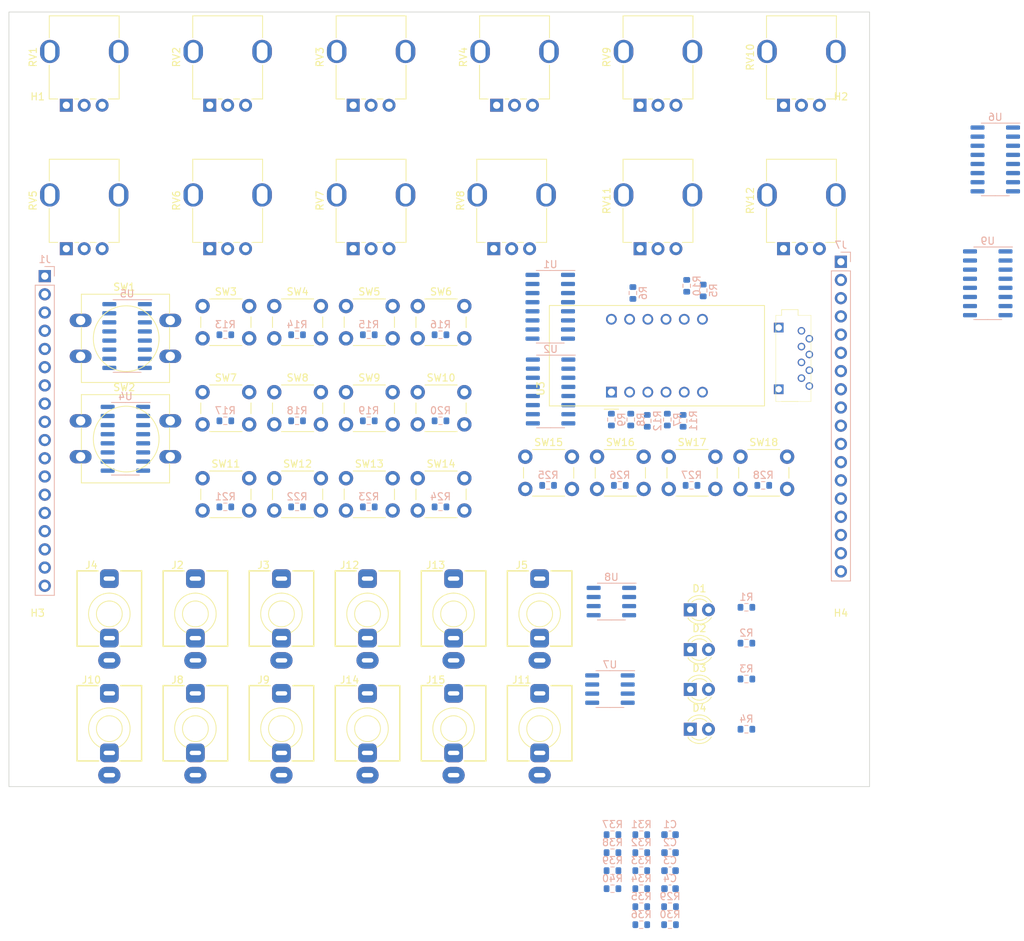
<source format=kicad_pcb>
(kicad_pcb (version 20221018) (generator pcbnew)
  (layers (0 "F.Cu" signal) (31 "B.Cu" signal) (34 "B.Paste" user) (35 "F.Paste" user) (36 "B.SilkS" user "B.Silkscreen") (37 "F.SilkS" user "F.Silkscreen") (38 "B.Mask" user) (39 "F.Mask" user) (44 "Edge.Cuts" user))
  (net 0 "")
  (net 1 "Net-(U7A--)")
  (net 2 "CV_IN_3")
  (net 3 "Net-(U7B--)")
  (net 4 "GND")
  (net 5 "Net-(D1-A)")
  (net 7 "CV_IN_4")
  (net 10 "TRIGGER_OUT_1_EURO")
  (net 11 "TRIGGER_OUT_2_EURO")
  (net 12 "TRIGGER_OUT_3_EURO")
  (net 13 "TRIGGER_OUT_4_EURO")
  (net 14 "SYNC_IN_EURO")
  (net 15 "SYNC_OUT_EURO")
  (net 17 "SD_CLOCK")
  (net 18 "SD_SERIAL_OUT")
  (net 19 "SD_SERIAL_IN")
  (net 20 "SD_CHIP_SELECT")
  (net 21 "595_DATA")
  (net 22 "595_CLOCK")
  (net 23 "595_LATCH")
  (net 26 "EURO_OUT_1")
  (net 27 "165_LOAD")
  (net 28 "165_CLOCK")
  (net 29 "165_DATA")
  (net 31 "4051_ADDRESS_A")
  (net 32 "4051_ADDRESS_B")
  (net 33 "4051_ADDRESS_C")
  (net 35 "4051_READING_0")
  (net 36 "4051_READING_1")
  (net 38 "EURO_OUT_2")
  (net 40 "Net-(J14-PadT)")
  (net 41 "Net-(J15-PadT)")
  (net 42 "Net-(U3-a)")
  (net 43 "Net-(U1-QA)")
  (net 44 "Net-(U2-QB)")
  (net 45 "Net-(U2-QC)")
  (net 46 "Net-(U2-QD)")
  (net 47 "Net-(U2-QE)")
  (net 48 "Net-(U2-QF)")
  (net 49 "Net-(U2-QG)")
  (net 50 "Net-(U2-QH)")
  (net 51 "Net-(U3-b)")
  (net 52 "Net-(U2-QA)")
  (net 53 "Net-(U1-QB)")
  (net 54 "Net-(U3-c)")
  (net 55 "Net-(U1-QC)")
  (net 56 "Net-(U3-d)")
  (net 57 "Net-(U1-QD)")
  (net 58 "Net-(U3-e)")
  (net 59 "+12V")
  (net 60 "-12V")
  (net 61 "Net-(U1-QE)")
  (net 62 "Net-(U3-f)")
  (net 63 "Net-(U1-QF)")
  (net 65 "Net-(U3-g)")
  (net 68 "Net-(U1-QG)")
  (net 69 "Net-(U8A--)")
  (net 70 "CV_IN_1")
  (net 71 "Net-(U8B--)")
  (net 72 "CV_IN_2")
  (net 73 "Net-(U3-DPX)")
  (net 74 "Net-(U1-QH)")
  (net 75 "Net-(U4-D0)")
  (net 76 "Net-(U4-D1)")
  (net 77 "Net-(U4-D2)")
  (net 78 "Net-(U4-D3)")
  (net 79 "Net-(U4-D4)")
  (net 80 "Net-(U4-D5)")
  (net 81 "Net-(U4-D6)")
  (net 82 "Net-(U4-D7)")
  (net 83 "Net-(U6-A0)")
  (net 84 "Net-(U6-A1)")
  (net 85 "Net-(D2-A)")
  (net 86 "Net-(D3-A)")
  (net 87 "Net-(D4-A)")
  (net 88 "Net-(U6-A2)")
  (net 89 "Net-(U6-A3)")
  (net 90 "Net-(U6-A4)")
  (net 91 "Net-(U6-A5)")
  (net 92 "Net-(U6-A6)")
  (net 93 "Net-(U6-A7)")
  (net 94 "+3.3V")
  (net 95 "Net-(U9-A0)")
  (net 96 "Net-(U9-A1)")
  (net 97 "Net-(U9-A2)")
  (net 98 "Net-(U9-A3)")
  (net 99 "Net-(U5-D0)")
  (net 100 "Net-(U1-QH')")
  (net 103 "Net-(J12-PadT)")
  (net 104 "Net-(J13-PadT)")
  (net 105 "Net-(U5-D1)")
  (net 106 "Net-(U5-D2)")
  (net 107 "Net-(U5-D3)")
  (net 108 "Net-(U5-D4)")
  (net 109 "Net-(U5-D5)")
  (net 110 "Net-(U5-D6)")
  (net 111 "Net-(U5-D7)")
  (net 112 "START_STOP_BUTTON")
  (net 113 "TAP_TEMPO_BUTTON")
  (net 115 "/Shift register in 1/DATA_OUT")
  (footprint "Button_Switch_THT:SW_PUSH_6mm" (layer "F.Cu") (at 107 81)
    (fp_text reference "SW4" (at 3.25 -2) (layer "F.SilkS"))
    (fp_text value "SW_Push")
    (pad "1" thru_hole circle (at 0 0 90) (size 2 2) (drill 1.1) (layers "*.Cu" "*.Mask") (net 94 "+3.3V"))
    (pad "1" thru_hole circle (at 6.5 0 90) (size 2 2) (drill 1.1) (layers "*.Cu" "*.Mask") (net 94 "+3.3V"))
    (pad "2" thru_hole circle (at 0 4.5 90) (size 2 2) (drill 1.1) (layers "*.Cu" "*.Mask") (net 76 "Net-(U4-D1)"))
    (pad "2" thru_hole circle (at 6.5 4.5 90) (size 2 2) (drill 1.1) (layers "*.Cu" "*.Mask") (net 76 "Net-(U4-D1)"))
  )
  (footprint "Button_Switch_THT:SW_PUSH_6mm" (layer "F.Cu") (at 127 93)
    (fp_text reference "SW10" (at 3.25 -2) (layer "F.SilkS"))
    (fp_text value "SW_Push")
    (pad "1" thru_hole circle (at 0 0 90) (size 2 2) (drill 1.1) (layers "*.Cu" "*.Mask") (net 94 "+3.3V"))
    (pad "1" thru_hole circle (at 6.5 0 90) (size 2 2) (drill 1.1) (layers "*.Cu" "*.Mask") (net 94 "+3.3V"))
    (pad "2" thru_hole circle (at 0 4.5 90) (size 2 2) (drill 1.1) (layers "*.Cu" "*.Mask") (net 82 "Net-(U4-D7)"))
    (pad "2" thru_hole circle (at 6.5 4.5 90) (size 2 2) (drill 1.1) (layers "*.Cu" "*.Mask") (net 82 "Net-(U4-D7)"))
  )
  (footprint "Library:Potentiometer_Alps_RK09K_vertical_biggerholes" (layer "F.Cu") (at 118 53 90)
    (fp_text reference "RV3" (at 6.71 -4.64 90) (layer "F.SilkS"))
    (fp_text value "10k")
    (pad "" thru_hole oval (at 7.5 -2.3 180) (size 2.72 3.24) (drill oval 1.5 2.5) (layers "*.Cu" "*.Mask"))
    (pad "" thru_hole oval (at 7.5 7.3 180) (size 2.72 3.24) (drill oval 1.5 2.5) (layers "*.Cu" "*.Mask"))
    (pad "1" thru_hole rect (at 0 0 180) (size 1.8 1.8) (drill 1) (layers "*.Cu" "*.Mask") (net 94 "+3.3V"))
    (pad "2" thru_hole circle (at 0 2.5 180) (size 1.8 1.8) (drill 1) (layers "*.Cu" "*.Mask") (net 88 "Net-(U6-A2)"))
    (pad "3" thru_hole circle (at 0 5 180) (size 1.8 1.8) (drill 1) (layers "*.Cu" "*.Mask") (net 4 "GND"))
  )
  (footprint "AudioJacks:Jack_3.5mm_QingPu_WQP-PJ398SM_Vertical" (layer "F.Cu") (at 96 123.92)
    (fp_text reference "J2" (at -2.5 -6.8) (layer "F.SilkS"))
    (fp_text value "Trigger_Out_1")
    (pad "S" thru_hole oval (at 0 6.48) (size 3.1 2.3) (drill oval 1.6 0.6) (layers "*.Cu" "*.Mask") (net 4 "GND"))
    (pad "T" thru_hole roundrect (at 0 -4.92) (size 2.6 2.6) (drill oval 1.6 0.6) (layers "*.Cu" "*.Mask") (net 10 "TRIGGER_OUT_1_EURO"))
    (pad "TN" thru_hole roundrect (at 0 3.38) (size 2.6 2.6) (drill oval 1.6 0.6) (layers "*.Cu" "*.Mask"))
  )
  (footprint "AudioJacks:Jack_3.5mm_QingPu_WQP-PJ398SM_Vertical" (layer "F.Cu") (at 132 123.92)
    (fp_text reference "J13" (at -2.5 -6.8) (layer "F.SilkS"))
    (fp_text value "CV_In_2")
    (pad "S" thru_hole oval (at 0 6.48) (size 3.1 2.3) (drill oval 1.6 0.6) (layers "*.Cu" "*.Mask") (net 4 "GND"))
    (pad "T" thru_hole roundrect (at 0 -4.92) (size 2.6 2.6) (drill oval 1.6 0.6) (layers "*.Cu" "*.Mask") (net 104 "Net-(J13-PadT)"))
    (pad "TN" thru_hole roundrect (at 0 3.38) (size 2.6 2.6) (drill oval 1.6 0.6) (layers "*.Cu" "*.Mask") (net 4 "GND"))
  )
  (footprint "Library:Potentiometer_Alps_RK09K_vertical_biggerholes" (layer "F.Cu") (at 137.6 73 90)
    (fp_text reference "RV8" (at 6.71 -4.64 90) (layer "F.SilkS"))
    (fp_text value "10k")
    (pad "" thru_hole oval (at 7.5 -2.3 180) (size 2.72 3.24) (drill oval 1.5 2.5) (layers "*.Cu" "*.Mask"))
    (pad "" thru_hole oval (at 7.5 7.3 180) (size 2.72 3.24) (drill oval 1.5 2.5) (layers "*.Cu" "*.Mask"))
    (pad "1" thru_hole rect (at 0 0 180) (size 1.8 1.8) (drill 1) (layers "*.Cu" "*.Mask") (net 94 "+3.3V"))
    (pad "2" thru_hole circle (at 0 2.5 180) (size 1.8 1.8) (drill 1) (layers "*.Cu" "*.Mask") (net 93 "Net-(U6-A7)"))
    (pad "3" thru_hole circle (at 0 5 180) (size 1.8 1.8) (drill 1) (layers "*.Cu" "*.Mask") (net 4 "GND"))
  )
  (footprint "AudioJacks:Jack_3.5mm_QingPu_WQP-PJ398SM_Vertical" (layer "F.Cu") (at 120 123.92)
    (fp_text reference "J12" (at -2.5 -6.8) (layer "F.SilkS"))
    (fp_text value "CV_In_1")
    (pad "S" thru_hole oval (at 0 6.48) (size 3.1 2.3) (drill oval 1.6 0.6) (layers "*.Cu" "*.Mask") (net 4 "GND"))
    (pad "T" thru_hole roundrect (at 0 -4.92) (size 2.6 2.6) (drill oval 1.6 0.6) (layers "*.Cu" "*.Mask") (net 103 "Net-(J12-PadT)"))
    (pad "TN" thru_hole roundrect (at 0 3.38) (size 2.6 2.6) (drill oval 1.6 0.6) (layers "*.Cu" "*.Mask") (net 4 "GND"))
  )
  (footprint "Button_Switch_THT:SW_PUSH_6mm" (layer "F.Cu") (at 97 81)
    (fp_text reference "SW3" (at 3.25 -2) (layer "F.SilkS"))
    (fp_text value "SW_Push")
    (pad "1" thru_hole circle (at 0 0 90) (size 2 2) (drill 1.1) (layers "*.Cu" "*.Mask") (net 94 "+3.3V"))
    (pad "1" thru_hole circle (at 6.5 0 90) (size 2 2) (drill 1.1) (layers "*.Cu" "*.Mask") (net 94 "+3.3V"))
    (pad "2" thru_hole circle (at 0 4.5 90) (size 2 2) (drill 1.1) (layers "*.Cu" "*.Mask") (net 75 "Net-(U4-D0)"))
    (pad "2" thru_hole circle (at 6.5 4.5 90) (size 2 2) (drill 1.1) (layers "*.Cu" "*.Mask") (net 75 "Net-(U4-D0)"))
  )
  (footprint "MountingHole:MountingHole_3.2mm_M3" (layer "F.Cu") (at 74 56)
    (fp_text reference "H1" (at 0 -4.2) (layer "F.SilkS"))
    (fp_text value "MountingHole")
    (pad "" np_thru_hole circle (at 0 0) (size 3.2 3.2) (drill 3.2) (layers "*.Cu" "*.Mask"))
  )
  (footprint "AudioJacks:Jack_3.5mm_QingPu_WQP-PJ398SM_Vertical" (layer "F.Cu") (at 144 139.92)
    (fp_text reference "J11" (at -2.5 -6.8) (layer "F.SilkS"))
    (fp_text value "Euro_Out_2")
    (pad "S" thru_hole oval (at 0 6.48) (size 3.1 2.3) (drill oval 1.6 0.6) (layers "*.Cu" "*.Mask") (net 4 "GND"))
    (pad "T" thru_hole roundrect (at 0 -4.92) (size 2.6 2.6) (drill oval 1.6 0.6) (layers "*.Cu" "*.Mask") (net 38 "EURO_OUT_2"))
    (pad "TN" thru_hole roundrect (at 0 3.38) (size 2.6 2.6) (drill oval 1.6 0.6) (layers "*.Cu" "*.Mask"))
  )
  (footprint "Library:Potentiometer_Alps_RK09K_vertical_biggerholes" (layer "F.Cu") (at 138 53 90)
    (fp_text reference "RV4" (at 6.71 -4.64 90) (layer "F.SilkS"))
    (fp_text value "10k")
    (pad "" thru_hole oval (at 7.5 -2.3 180) (size 2.72 3.24) (drill oval 1.5 2.5) (layers "*.Cu" "*.Mask"))
    (pad "" thru_hole oval (at 7.5 7.3 180) (size 2.72 3.24) (drill oval 1.5 2.5) (layers "*.Cu" "*.Mask"))
    (pad "1" thru_hole rect (at 0 0 180) (size 1.8 1.8) (drill 1) (layers "*.Cu" "*.Mask") (net 94 "+3.3V"))
    (pad "2" thru_hole circle (at 0 2.5 180) (size 1.8 1.8) (drill 1) (layers "*.Cu" "*.Mask") (net 89 "Net-(U6-A3)"))
    (pad "3" thru_hole circle (at 0 5 180) (size 1.8 1.8) (drill 1) (layers "*.Cu" "*.Mask") (net 4 "GND"))
  )
  (footprint "Library:Potentiometer_Alps_RK09K_vertical_biggerholes" (layer "F.Cu") (at 78 53 90)
    (fp_text reference "RV1" (at 6.71 -4.64 90) (layer "F.SilkS"))
    (fp_text value "10k")
    (pad "" thru_hole oval (at 7.5 -2.3 180) (size 2.72 3.24) (drill oval 1.5 2.5) (layers "*.Cu" "*.Mask"))
    (pad "" thru_hole oval (at 7.5 7.3 180) (size 2.72 3.24) (drill oval 1.5 2.5) (layers "*.Cu" "*.Mask"))
    (pad "1" thru_hole rect (at 0 0 180) (size 1.8 1.8) (drill 1) (layers "*.Cu" "*.Mask") (net 94 "+3.3V"))
    (pad "2" thru_hole circle (at 0 2.5 180) (size 1.8 1.8) (drill 1) (layers "*.Cu" "*.Mask") (net 83 "Net-(U6-A0)"))
    (pad "3" thru_hole circle (at 0 5 180) (size 1.8 1.8) (drill 1) (layers "*.Cu" "*.Mask") (net 4 "GND"))
  )
  (footprint "Library:Potentiometer_Alps_RK09K_vertical_biggerholes" (layer "F.Cu") (at 178 53 90)
    (fp_text reference "RV10" (at 6.71 -4.64 90) (layer "F.SilkS"))
    (fp_text value "10k")
    (pad "" thru_hole oval (at 7.5 -2.3 180) (size 2.72 3.24) (drill oval 1.5 2.5) (layers "*.Cu" "*.Mask"))
    (pad "" thru_hole oval (at 7.5 7.3 180) (size 2.72 3.24) (drill oval 1.5 2.5) (layers "*.Cu" "*.Mask"))
    (pad "1" thru_hole rect (at 0 0 180) (size 1.8 1.8) (drill 1) (layers "*.Cu" "*.Mask") (net 94 "+3.3V"))
    (pad "2" thru_hole circle (at 0 2.5 180) (size 1.8 1.8) (drill 1) (layers "*.Cu" "*.Mask") (net 96 "Net-(U9-A1)"))
    (pad "3" thru_hole circle (at 0 5 180) (size 1.8 1.8) (drill 1) (layers "*.Cu" "*.Mask") (net 4 "GND"))
  )
  (footprint "AudioJacks:Jack_3.5mm_QingPu_WQP-PJ398SM_Vertical" (layer "F.Cu") (at 84 123.92)
    (fp_text reference "J4" (at -2.5 -6.8) (layer "F.SilkS"))
    (fp_text value "Sync_In")
    (pad "S" thru_hole oval (at 0 6.48) (size 3.1 2.3) (drill oval 1.6 0.6) (layers "*.Cu" "*.Mask") (net 4 "GND"))
    (pad "T" thru_hole roundrect (at 0 -4.92) (size 2.6 2.6) (drill oval 1.6 0.6) (layers "*.Cu" "*.Mask") (net 14 "SYNC_IN_EURO"))
    (pad "TN" thru_hole roundrect (at 0 3.38) (size 2.6 2.6) (drill oval 1.6 0.6) (layers "*.Cu" "*.Mask"))
  )
  (footprint "AudioJacks:Jack_3.5mm_QingPu_WQP-PJ398SM_Vertical" (layer "F.Cu") (at 120 139.92)
    (fp_text reference "J14" (at -2.5 -6.8) (layer "F.SilkS"))
    (fp_text value "CV_In_3")
    (pad "S" thru_hole oval (at 0 6.48) (size 3.1 2.3) (drill oval 1.6 0.6) (layers "*.Cu" "*.Mask") (net 4 "GND"))
    (pad "T" thru_hole roundrect (at 0 -4.92) (size 2.6 2.6) (drill oval 1.6 0.6) (layers "*.Cu" "*.Mask") (net 40 "Net-(J14-PadT)"))
    (pad "TN" thru_hole roundrect (at 0 3.38) (size 2.6 2.6) (drill oval 1.6 0.6) (layers "*.Cu" "*.Mask") (net 4 "GND"))
  )
  (footprint "AudioJacks:Jack_3.5mm_QingPu_WQP-PJ398SM_Vertical" (layer "F.Cu") (at 132 139.92)
    (fp_text reference "J15" (at -2.5 -6.8) (layer "F.SilkS"))
    (fp_text value "CV_In_4")
    (pad "S" thru_hole oval (at 0 6.48) (size 3.1 2.3) (drill oval 1.6 0.6) (layers "*.Cu" "*.Mask") (net 4 "GND"))
    (pad "T" thru_hole roundrect (at 0 -4.92) (size 2.6 2.6) (drill oval 1.6 0.6) (layers "*.Cu" "*.Mask") (net 41 "Net-(J15-PadT)"))
    (pad "TN" thru_hole roundrect (at 0 3.38) (size 2.6 2.6) (drill oval 1.6 0.6) (layers "*.Cu" "*.Mask") (net 4 "GND"))
  )
  (footprint "Button_Switch_THT:SW_PUSH_6mm" (layer "F.Cu") (at 117 81)
    (fp_text reference "SW5" (at 3.25 -2) (layer "F.SilkS"))
    (fp_text value "SW_Push")
    (pad "1" thru_hole circle (at 0 0 90) (size 2 2) (drill 1.1) (layers "*.Cu" "*.Mask") (net 94 "+3.3V"))
    (pad "1" thru_hole circle (at 6.5 0 90) (size 2 2) (drill 1.1) (layers "*.Cu" "*.Mask") (net 94 "+3.3V"))
    (pad "2" thru_hole circle (at 0 4.5 90) (size 2 2) (drill 1.1) (layers "*.Cu" "*.Mask") (net 77 "Net-(U4-D2)"))
    (pad "2" thru_hole circle (at 6.5 4.5 90) (size 2 2) (drill 1.1) (layers "*.Cu" "*.Mask") (net 77 "Net-(U4-D2)"))
  )
  (footprint "Button_Switch_THT:SW_PUSH_6mm" (layer "F.Cu") (at 107 93)
    (fp_text reference "SW8" (at 3.25 -2) (layer "F.SilkS"))
    (fp_text value "SW_Push")
    (pad "1" thru_hole circle (at 0 0 90) (size 2 2) (drill 1.1) (layers "*.Cu" "*.Mask") (net 94 "+3.3V"))
    (pad "1" thru_hole circle (at 6.5 0 90) (size 2 2) (drill 1.1) (layers "*.Cu" "*.Mask") (net 94 "+3.3V"))
    (pad "2" thru_hole circle (at 0 4.5 90) (size 2 2) (drill 1.1) (layers "*.Cu" "*.Mask") (net 80 "Net-(U4-D5)"))
    (pad "2" thru_hole circle (at 6.5 4.5 90) (size 2 2) (drill 1.1) (layers "*.Cu" "*.Mask") (net 80 "Net-(U4-D5)"))
  )
  (footprint "Library:Potentiometer_Alps_RK09K_vertical_biggerholes" (layer "F.Cu") (at 118 73 90)
    (fp_text reference "RV7" (at 6.71 -4.64 90) (layer "F.SilkS"))
    (fp_text value "10k")
    (pad "" thru_hole oval (at 7.5 -2.3 180) (size 2.72 3.24) (drill oval 1.5 2.5) (layers "*.Cu" "*.Mask"))
    (pad "" thru_hole oval (at 7.5 7.3 180) (size 2.72 3.24) (drill oval 1.5 2.5) (layers "*.Cu" "*.Mask"))
    (pad "1" thru_hole rect (at 0 0 180) (size 1.8 1.8) (drill 1) (layers "*.Cu" "*.Mask") (net 94 "+3.3V"))
    (pad "2" thru_hole circle (at 0 2.5 180) (size 1.8 1.8) (drill 1) (layers "*.Cu" "*.Mask") (net 92 "Net-(U6-A6)"))
    (pad "3" thru_hole circle (at 0 5 180) (size 1.8 1.8) (drill 1) (layers "*.Cu" "*.Mask") (net 4 "GND"))
  )
  (footprint "Library:SR410361N" (layer "F.Cu") (at 154 93 90)
    (fp_text reference "U3" (at 0.5 -9.85 90) (layer "F.SilkS"))
    (fp_text value "CA56-12EWA")
    (pad "1" thru_hole rect (at 0 0 90) (size 1.5 1.5) (drill 1) (layers "*.Cu" "*.Mask") (net 58 "Net-(U3-e)"))
    (pad "2" thru_hole circle (at 0 2.54 90) (size 1.5 1.5) (drill 1) (layers "*.Cu" "*.Mask") (net 56 "Net-(U3-d)"))
    (pad "3" thru_hole circle (at 0 5.08 90) (size 1.5 1.5) (drill 1) (layers "*.Cu" "*.Mask") (net 73 "Net-(U3-DPX)"))
    (pad "4" thru_hole circle (at 0 7.62 90) (size 1.5 1.5) (drill 1) (layers "*.Cu" "*.Mask") (net 54 "Net-(U3-c)"))
    (pad "5" thru_hole circle (at 0 10.16 90) (size 1.5 1.5) (drill 1) (layers "*.Cu" "*.Mask") (net 65 "Net-(U3-g)"))
    (pad "6" thru_hole circle (at 0 12.7 90) (size 1.5 1.5) (drill 1) (layers "*.Cu" "*.Mask") (net 46 "Net-(U2-QD)"))
    (pad "7" thru_hole circle (at 10.16 12.7 90) (size 1.5 1.5) (drill 1) (layers "*.Cu" "*.Mask") (net 51 "Net-(U3-b)"))
    (pad "8" thru_hole circle (at 10.16 10.16 90) (size 1.5 1.5) (drill 1) (layers "*.Cu" "*.Mask") (net 45 "Net-(U2-QC)"))
    (pad "9" thru_hole circle (at 10.16 7.62 90) (size 1.5 1.5) (drill 1) (layers "*.Cu" "*.Mask") (net 44 "Net-(U2-QB)"))
    (pad "10" thru_hole circle (at 10.16 5.08 90) (size 1.5 1.5) (drill 1) (layers "*.Cu" "*.Mask") (net 62 "Net-(U3-f)"))
    (pad "11" thru_hole circle (at 10.16 2.54 90) (size 1.5 1.5) (drill 1) (layers "*.Cu" "*.Mask") (net 42 "Net-(U3-a)"))
    (pad "12" thru_hole circle (at 10.16 0 90) (size 1.5 1.5) (drill 1) (layers "*.Cu" "*.Mask") (net 52 "Net-(U2-QA)"))
  )
  (footprint "misc:YAMAICHI_MICROSD_VERTICAL" (layer "F.Cu") (at 180.5 88.3 -90)
    (fp_text reference "J6" hide)
    (fp_text value "Micro_SD_Card" hide)
    (pad "1" thru_hole circle (at -3.85 0 270) (size 1.05 1.05) (drill 0.7) (layers "*.Cu" "*.Mask"))
    (pad "2" thru_hole circle (at -2.75 -1.1 270) (size 1.05 1.05) (drill 0.7) (layers "*.Cu" "*.Mask") (net 20 "SD_CHIP_SELECT"))
    (pad "3" thru_hole circle (at -1.65 0 270) (size 1.05 1.05) (drill 0.7) (layers "*.Cu" "*.Mask") (net 19 "SD_SERIAL_IN"))
    (pad "4" thru_hole circle (at -0.55 -1.1 270) (size 1.05 1.05) (drill 0.7) (layers "*.Cu" "*.Mask") (net 94 "+3.3V"))
    (pad "5" thru_hole circle (at 0.55 0 270) (size 1.05 1.05) (drill 0.7) (layers "*.Cu" "*.Mask") (net 17 "SD_CLOCK"))
    (pad "6" thru_hole circle (at 1.65 -1.1 270) (size 1.05 1.05) (drill 0.7) (layers "*.Cu" "*.Mask") (net 4 "GND"))
    (pad "7" thru_hole circle (at 2.75 0 270) (size 1.05 1.05) (drill 0.7) (layers "*.Cu" "*.Mask") (net 18 "SD_SERIAL_OUT"))
    (pad "8" thru_hole circle (at 3.85 -1.1 270) (size 1.05 1.05) (drill 0.7) (layers "*.Cu" "*.Mask"))
    (pad "9" thru_hole rect (at -4.3 3.17 270) (size 1.35 1.35) (drill 0.9) (layers "*.Cu" "*.Mask") (net 4 "GND"))
    (pad "9" thru_hole rect (at 4.3 3.17 270) (size 1.35 1.35) (drill 0.9) (layers "*.Cu" "*.Mask") (net 4 "GND"))
  )
  (footprint "LED_THT:LED_D3.0mm" (layer "F.Cu") (at 165 134.45)
    (fp_text reference "D3" (at 1.27 -2.96) (layer "F.SilkS"))
    (fp_text value "LED")
    (pad "1" thru_hole rect (at 0 0) (size 1.8 1.8) (drill 0.9) (layers "*.Cu" "*.Mask") (net 4 "GND"))
    (pad "2" thru_hole circle (at 2.54 0) (size 1.8 1.8) (drill 0.9) (layers "*.Cu" "*.Mask") (net 86 "Net-(D3-A)"))
  )
  (footprint "Library:Potentiometer_Alps_RK09K_vertical_biggerholes" (layer "F.Cu") (at 158 73 90)
    (fp_text reference "RV11" (at 6.71 -4.64 90) (layer "F.SilkS"))
    (fp_text value "10k")
    (pad "" thru_hole oval (at 7.5 -2.3 180) (size 2.72 3.24) (drill oval 1.5 2.5) (layers "*.Cu" "*.Mask"))
    (pad "" thru_hole oval (at 7.5 7.3 180) (size 2.72 3.24) (drill oval 1.5 2.5) (layers "*.Cu" "*.Mask"))
    (pad "1" thru_hole rect (at 0 0 180) (size 1.8 1.8) (drill 1) (layers "*.Cu" "*.Mask") (net 94 "+3.3V"))
    (pad "2" thru_hole circle (at 0 2.5 180) (size 1.8 1.8) (drill 1) (layers "*.Cu" "*.Mask") (net 97 "Net-(U9-A2)"))
    (pad "3" thru_hole circle (at 0 5 180) (size 1.8 1.8) (drill 1) (layers "*.Cu" "*.Mask") (net 4 "GND"))
  )
  (footprint "Library:Potentiometer_Alps_RK09K_vertical_biggerholes" (layer "F.Cu") (at 158 53 90)
    (fp_text reference "RV9" (at 6.71 -4.64 90) (layer "F.SilkS"))
    (fp_text value "10k")
    (pad "" thru_hole oval (at 7.5 -2.3 180) (size 2.72 3.24) (drill oval 1.5 2.5) (layers "*.Cu" "*.Mask"))
    (pad "" thru_hole oval (at 7.5 7.3 180) (size 2.72 3.24) (drill oval 1.5 2.5) (layers "*.Cu" "*.Mask"))
    (pad "1" thru_hole rect (at 0 0 180) (size 1.8 1.8) (drill 1) (layers "*.Cu" "*.Mask") (net 94 "+3.3V"))
    (pad "2" thru_hole circle (at 0 2.5 180) (size 1.8 1.8) (drill 1) (layers "*.Cu" "*.Mask") (net 95 "Net-(U9-A0)"))
    (pad "3" thru_hole circle (at 0 5 180) (size 1.8 1.8) (drill 1) (layers "*.Cu" "*.Mask") (net 4 "GND"))
  )
  (footprint "AudioJacks:Jack_3.5mm_QingPu_WQP-PJ398SM_Vertical" (layer "F.Cu") (at 96 139.92)
    (fp_text reference "J8" (at -2.5 -6.8) (layer "F.SilkS"))
    (fp_text value "Trigger_Out_3")
    (pad "S" thru_hole oval (at 0 6.48) (size 3.1 2.3) (drill oval 1.6 0.6) (layers "*.Cu" "*.Mask") (net 4 "GND"))
    (pad "T" thru_hole roundrect (at 0 -4.92) (size 2.6 2.6) (drill oval 1.6 0.6) (layers "*.Cu" "*.Mask") (net 12 "TRIGGER_OUT_3_EURO"))
    (pad "TN" thru_hole roundrect (at 0 3.38) (size 2.6 2.6) (drill oval 1.6 0.6) (layers "*.Cu" "*.Mask"))
  )
  (footprint "Button_Switch_THT:SW_PUSH_6mm" (layer "F.Cu") (at 162 102)
    (fp_text reference "SW17" (at 3.25 -2) (layer "F.SilkS"))
    (fp_text value "SW_Push")
    (pad "1" thru_hole circle (at 0 0 90) (size 2 2) (drill 1.1) (layers "*.Cu" "*.Mask") (net 94 "+3.3V"))
    (pad "1" thru_hole circle (at 6.5 0 90) (size 2 2) (drill 1.1) (layers "*.Cu" "*.Mask") (net 94 "+3.3V"))
    (pad "2" thru_hole circle (at 0 4.5 90) (size 2 2) (drill 1.1) (layers "*.Cu" "*.Mask") (net 110 "Net-(U5-D6)"))
    (pad "2" thru_hole circle (at 6.5 4.5 90) (size 2 2) (drill 1.1) (layers "*.Cu" "*.Mask") (net 110 "Net-(U5-D6)"))
  )
  (footprint "Button_Switch_THT:SW_PUSH_6mm" (layer "F.Cu") (at 142 102)
    (fp_text reference "SW15" (at 3.25 -2) (layer "F.SilkS"))
    (fp_text value "SW_Push")
    (pad "1" thru_hole circle (at 0 0 90) (size 2 2) (drill 1.1) (layers "*.Cu" "*.Mask") (net 94 "+3.3V"))
    (pad "1" thru_hole circle (at 6.5 0 90) (size 2 2) (drill 1.1) (layers "*.Cu" "*.Mask") (net 94 "+3.3V"))
    (pad "2" thru_hole circle (at 0 4.5 90) (size 2 2) (drill 1.1) (layers "*.Cu" "*.Mask") (net 108 "Net-(U5-D4)"))
    (pad "2" thru_hole circle (at 6.5 4.5 90) (size 2 2) (drill 1.1) (layers "*.Cu" "*.Mask") (net 108 "Net-(U5-D4)"))
  )
  (footprint "MountingHole:MountingHole_3.2mm_M3" (layer "F.Cu") (at 186 56)
    (fp_text reference "H2" (at 0 -4.2) (layer "F.SilkS"))
    (fp_text value "MountingHole")
    (pad "" np_thru_hole circle (at 0 0) (size 3.2 3.2) (drill 3.2) (layers "*.Cu" "*.Mask"))
  )
  (footprint "Button_Switch_THT:SW_PUSH_6mm" (layer "F.Cu") (at 117 93)
    (fp_text reference "SW9" (at 3.25 -2) (layer "F.SilkS"))
    (fp_text value "SW_Push")
    (pad "1" thru_hole circle (at 0 0 90) (size 2 2) (drill 1.1) (layers "*.Cu" "*.Mask") (net 94 "+3.3V"))
    (pad "1" thru_hole circle (at 6.5 0 90) (size 2 2) (drill 1.1) (layers "*.Cu" "*.Mask") (net 94 "+3.3V"))
    (pad "2" thru_hole circle (at 0 4.5 90) (size 2 2) (drill 1.1) (layers "*.Cu" "*.Mask") (net 81 "Net-(U4-D6)"))
    (pad "2" thru_hole circle (at 6.5 4.5 90) (size 2 2) (drill 1.1) (layers "*.Cu" "*.Mask") (net 81 "Net-(U4-D6)"))
  )
  (footprint "LED_THT:LED_D3.0mm" (layer "F.Cu") (at 165 128.9)
    (fp_text reference "D2" (at 1.27 -2.96) (layer "F.SilkS"))
    (fp_text value "LED")
    (pad "1" thru_hole rect (at 0 0) (size 1.8 1.8) (drill 0.9) (layers "*.Cu" "*.Mask") (net 4 "GND"))
    (pad "2" thru_hole circle (at 2.54 0) (size 1.8 1.8) (drill 0.9) (layers "*.Cu" "*.Mask") (net 85 "Net-(D2-A)"))
  )
  (footprint "LED_THT:LED_D3.0mm" (layer "F.Cu") (at 165 123.35)
    (fp_text reference "D1" (at 1.27 -2.96) (layer "F.SilkS"))
    (fp_text value "LED")
    (pad "1" thru_hole rect (at 0 0) (size 1.8 1.8) (drill 0.9) (layers "*.Cu" "*.Mask") (net 4 "GND"))
    (pad "2" thru_hole circle (at 2.54 0) (size 1.8 1.8) (drill 0.9) (layers "*.Cu" "*.Mask") (net 5 "Net-(D1-A)"))
  )
  (footprint "Button_Switch_THT:SW_PUSH_6mm" (layer "F.Cu") (at 107 105)
    (fp_text reference "SW12" (at 3.25 -2) (layer "F.SilkS"))
    (fp_text value "SW_Push")
    (pad "1" thru_hole circle (at 0 0 90) (size 2 2) (drill 1.1) (layers "*.Cu" "*.Mask") (net 94 "+3.3V"))
    (pad "1" thru_hole circle (at 6.5 0 90) (size 2 2) (drill 1.1) (layers "*.Cu" "*.Mask") (net 94 "+3.3V"))
    (pad "2" thru_hole circle (at 0 4.5 90) (size 2 2) (drill 1.1) (layers "*.Cu" "*.Mask") (net 105 "Net-(U5-D1)"))
    (pad "2" thru_hole circle (at 6.5 4.5 90) (size 2 2) (drill 1.1) (layers "*.Cu" "*.Mask") (net 105 "Net-(U5-D1)"))
  )
  (footprint "AudioJacks:Jack_3.5mm_QingPu_WQP-PJ398SM_Vertical" (layer "F.Cu") (at 144 123.92)
    (fp_text reference "J5" (at -2.5 -6.8) (layer "F.SilkS"))
    (fp_text value "Euro_Out_1")
    (pad "S" thru_hole oval (at 0 6.48) (size 3.1 2.3) (drill oval 1.6 0.6) (layers "*.Cu" "*.Mask") (net 4 "GND"))
    (pad "T" thru_hole roundrect (at 0 -4.92) (size 2.6 2.6) (drill oval 1.6 0.6) (layers "*.Cu" "*.Mask") (net 26 "EURO_OUT_1"))
    (pad "TN" thru_hole roundrect (at 0 3.38) (size 2.6 2.6) (drill oval 1.6 0.6) (layers "*.Cu" "*.Mask"))
  )
  (footprint "Button_Switch_THT:SW_PUSH_6mm" (layer "F.Cu") (at 127 105)
    (fp_text reference "SW14" (at 3.25 -2) (layer "F.SilkS"))
    (fp_text value "SW_Push")
    (pad "1" thru_hole circle (at 0 0 90) (size 2 2) (drill 1.1) (layers "*.Cu" "*.Mask") (net 94 "+3.3V"))
    (pad "1" thru_hole circle (at 6.5 0 90) (size 2 2) (drill 1.1) (layers "*.Cu" "*.Mask") (net 94 "+3.3V"))
    (pad "2" thru_hole circle (at 0 4.5 90) (size 2 2) (drill 1.1) (layers "*.Cu" "*.Mask") (net 107 "Net-(U5-D3)"))
    (pad "2" thru_hole circle (at 6.5 4.5 90) (size 2 2) (drill 1.1) (layers "*.Cu" "*.Mask") (net 107 "Net-(U5-D3)"))
  )
  (footprint "MountingHole:MountingHole_3.2mm_M3" (layer "F.Cu") (at 74 128)
    (fp_text reference "H3" (at 0 -4.2) (layer "F.SilkS"))
    (fp_text value "MountingHole")
    (pad "" np_thru_hole circle (at 0 0) (size 3.2 3.2) (drill 3.2) (layers "*.Cu" "*.Mask"))
  )
  (footprint "LED_THT:LED_D3.0mm" (layer "F.Cu") (at 165 140)
    (fp_text reference "D4" (at 1.27 -2.96) (layer "F.SilkS"))
    (fp_text value "LED")
    (pad "1" thru_hole rect (at 0 0) (size 1.8 1.8) (drill 0.9) (layers "*.Cu" "*.Mask") (net 4 "GND"))
    (pad "2" thru_hole circle (at 2.54 0) (size 1.8 1.8) (drill 0.9) (layers "*.Cu" "*.Mask") (net 87 "Net-(D4-A)"))
  )
  (footprint "Button_Switch_THT:SW_PUSH_6mm" (layer "F.Cu") (at 127 81)
    (fp_text reference "SW6" (at 3.25 -2) (layer "F.SilkS"))
    (fp_text value "SW_Push")
    (pad "1" thru_hole circle (at 0 0 90) (size 2 2) (drill 1.1) (layers "*.Cu" "*.Mask") (net 94 "+3.3V"))
    (pad "1" thru_hole circle (at 6.5 0 90) (size 2 2) (drill 1.1) (layers "*.Cu" "*.Mask") (net 94 "+3.3V"))
    (pad "2" thru_hole circle (at 0 4.5 90) (size 2 2) (drill 1.1) (layers "*.Cu" "*.Mask") (net 78 "Net-(U4-D3)"))
    (pad "2" thru_hole circle (at 6.5 4.5 90) (size 2 2) (drill 1.1) (layers "*.Cu" "*.Mask") (net 78 "Net-(U4-D3)"))
  )
  (footprint "Library:Potentiometer_Alps_RK09K_vertical_biggerholes" (layer "F.Cu") (at 178 73 90)
    (fp_text reference "RV12" (at 6.71 -4.64 90) (layer "F.SilkS"))
    (fp_text value "10k")
    (pad "" thru_hole oval (at 7.5 -2.3 180) (size 2.72 3.24) (drill oval 1.5 2.5) (layers "*.Cu" "*.Mask"))
    (pad "" thru_hole oval (at 7.5 7.3 180) (size 2.72 3.24) (drill oval 1.5 2.5) (layers "*.Cu" "*.Mask"))
    (pad "1" thru_hole rect (at 0 0 180) (size 1.8 1.8) (drill 1) (layers "*.Cu" "*.Mask") (net 94 "+3.3V"))
    (pad "2" thru_hole circle (at 0 2.5 180) (size 1.8 1.8) (drill 1) (layers "*.Cu" "*.Mask") (net 98 "Net-(U9-A3)"))
    (pad "3" thru_hole circle (at 0 5 180) (size 1.8 1.8) (drill 1) (layers "*.Cu" "*.Mask") (net 4 "GND"))
  )
  (footprint "MountingHole:MountingHole_3.2mm_M3" (layer "F.Cu") (at 186 128)
    (fp_text reference "H4" (at 0 -4.2) (layer "F.SilkS"))
    (fp_text value "MountingHole")
    (pad "" np_thru_hole circle (at 0 0) (size 3.2 3.2) (drill 3.2) (layers "*.Cu" "*.Mask"))
  )
  (footprint "AudioJacks:Jack_3.5mm_QingPu_WQP-PJ398SM_Vertical" (layer "F.Cu") (at 108 139.92)
    (fp_text reference "J9" (at -2.5 -6.8) (layer "F.SilkS"))
    (fp_text value "Trigger_Out_4")
    (pad "S" thru_hole oval (at 0 6.48) (size 3.1 2.3) (drill oval 1.6 0.6) (layers "*.Cu" "*.Mask") (net 4 "GND"))
    (pad "T" thru_hole roundrect (at 0 -4.92) (size 2.6 2.6) (drill oval 1.6 0.6) (layers "*.Cu" "*.Mask") (net 13 "TRIGGER_OUT_4_EURO"))
    (pad "TN" thru_hole roundrect (at 0 3.38) (size 2.6 2.6) (drill oval 1.6 0.6) (layers "*.Cu" "*.Mask"))
  )
  (footprint "Library:Potentiometer_Alps_RK09K_vertical_biggerholes" (layer "F.Cu") (at 98 73 90)
    (fp_text reference "RV6" (at 6.71 -4.64 90) (layer "F.SilkS"))
    (fp_text value "10k")
    (pad "" thru_hole oval (at 7.5 -2.3 180) (size 2.72 3.24) (drill oval 1.5 2.5) (layers "*.Cu" "*.Mask"))
    (pad "" thru_hole oval (at 7.5 7.3 180) (size 2.72 3.24) (drill oval 1.5 2.5) (layers "*.Cu" "*.Mask"))
    (pad "1" thru_hole rect (at 0 0 180) (size 1.8 1.8) (drill 1) (layers "*.Cu" "*.Mask") (net 94 "+3.3V"))
    (pad "2" thru_hole circle (at 0 2.5 180) (size 1.8 1.8) (drill 1) (layers "*.Cu" "*.Mask") (net 91 "Net-(U6-A5)"))
    (pad "3" thru_hole circle (at 0 5 180) (size 1.8 1.8) (drill 1) (layers "*.Cu" "*.Mask") (net 4 "GND"))
  )
  (footprint "Button_Switch_THT:SW_PUSH-12mm" (layer "F.Cu") (at 80 83)
    (fp_text reference "SW1" (at 6.08 -4.66) (layer "F.SilkS"))
    (fp_text value "SW_Push")
    (pad "1" thru_hole oval (at 0 0) (size 3.048 1.85) (drill 1.3) (layers "*.Cu" "*.Mask") (net 4 "GND"))
    (pad "1" thru_hole oval (at 12.5 0) (size 3.048 1.85) (drill 1.3) (layers "*.Cu" "*.Mask") (net 4 "GND"))
    (pad "2" thru_hole oval (at 0 5) (size 3.048 1.85) (drill 1.3) (layers "*.Cu" "*.Mask") (net 112 "START_STOP_BUTTON"))
    (pad "2" thru_hole oval (at 12.5 5) (size 3.048 1.85) (drill 1.3) (layers "*.Cu" "*.Mask") (net 112 "START_STOP_BUTTON"))
  )
  (footprint "Button_Switch_THT:SW_PUSH_6mm" (layer "F.Cu") (at 97 105)
    (fp_text reference "SW11" (at 3.25 -2) (layer "F.SilkS"))
    (fp_text value "SW_Push")
    (pad "1" thru_hole circle (at 0 0 90) (size 2 2) (drill 1.1) (layers "*.Cu" "*.Mask") (net 94 "+3.3V"))
    (pad "1" thru_hole circle (at 6.5 0 90) (size 2 2) (drill 1.1) (layers "*.Cu" "*.Mask") (net 94 "+3.3V"))
    (pad "2" thru_hole circle (at 0 4.5 90) (size 2 2) (drill 1.1) (layers "*.Cu" "*.Mask") (net 99 "Net-(U5-D0)"))
    (pad "2" thru_hole circle (at 6.5 4.5 90) (size 2 2) (drill 1.1) (layers "*.Cu" "*.Mask") (net 99 "Net-(U5-D0)"))
  )
  (footprint "AudioJacks:Jack_3.5mm_QingPu_WQP-PJ398SM_Vertical" (layer "F.Cu") (at 108 123.92)
    (fp_text reference "J3" (at -2.5 -6.8) (layer "F.SilkS"))
    (fp_text value "Trigger_Out_2")
    (pad "S" thru_hole oval (at 0 6.48) (size 3.1 2.3) (drill oval 1.6 0.6) (layers "*.Cu" "*.Mask") (net 4 "GND"))
    (pad "T" thru_hole roundrect (at 0 -4.92) (size 2.6 2.6) (drill oval 1.6 0.6) (layers "*.Cu" "*.Mask") (net 11 "TRIGGER_OUT_2_EURO"))
    (pad "TN" thru_hole roundrect (at 0 3.38) (size 2.6 2.6) (drill oval 1.6 0.6) (layers "*.Cu" "*.Mask"))
  )
  (footprint "Library:Potentiometer_Alps_RK09K_vertical_biggerholes" (layer "F.Cu") (at 78 73 90)
    (fp_text reference "RV5" (at 6.71 -4.64 90) (layer "F.SilkS"))
    (fp_text value "10k")
    (pad "" thru_hole oval (at 7.5 -2.3 180) (size 2.72 3.24) (drill oval 1.5 2.5) (layers "*.Cu" "*.Mask"))
    (pad "" thru_hole oval (at 7.5 7.3 180) (size 2.72 3.24) (drill oval 1.5 2.5) (layers "*.Cu" "*.Mask"))
    (pad "1" thru_hole rect (at 0 0 180) (size 1.8 1.8) (drill 1) (layers "*.Cu" "*.Mask") (net 94 "+3.3V"))
    (pad "2" thru_hole circle (at 0 2.5 180) (size 1.8 1.8) (drill 1) (layers "*.Cu" "*.Mask") (net 90 "Net-(U6-A4)"))
    (pad "3" thru_hole circle (at 0 5 180) (size 1.8 1.8) (drill 1) (layers "*.Cu" "*.Mask") (net 4 "GND"))
  )
  (footprint "Button_Switch_THT:SW_PUSH_6mm" (layer "F.Cu") (at 97 93)
    (fp_text reference "SW7" (at 3.25 -2) (layer "F.SilkS"))
    (fp_text value "SW_Push")
    (pad "1" thru_hole circle (at 0 0 90) (size 2 2) (drill 1.1) (layers "*.Cu" "*.Mask") (net 94 "+3.3V"))
    (pad "1" thru_hole circle (at 6.5 0 90) (size 2 2) (drill 1.1) (layers "*.Cu" "*.Mask") (net 94 "+3.3V"))
    (pad "2" thru_hole circle (at 0 4.5 90) (size 2 2) (drill 1.1) (layers "*.Cu" "*.Mask") (net 79 "Net-(U4-D4)"))
    (pad "2" thru_hole circle (at 6.5 4.5 90) (size 2 2) (drill 1.1) (layers "*.Cu" "*.Mask") (net 79 "Net-(U4-D4)"))
  )
  (footprint "Library:Potentiometer_Alps_RK09K_vertical_biggerholes" (layer "F.Cu") (at 98 53 90)
    (fp_text reference "RV2" (at 6.71 -4.64 90) (layer "F.SilkS"))
    (fp_text value "10k")
    (pad "" thru_hole oval (at 7.5 -2.3 180) (size 2.72 3.24) (drill oval 1.5 2.5) (layers "*.Cu" "*.Mask"))
    (pad "" thru_hole oval (at 7.5 7.3 180) (size 2.72 3.24) (drill oval 1.5 2.5) (layers "*.Cu" "*.Mask"))
    (pad "1" thru_hole rect (at 0 0 180) (size 1.8 1.8) (drill 1) (layers "*.Cu" "*.Mask") (net 94 "+3.3V"))
    (pad "2" thru_hole circle (at 0 2.5 180) (size 1.8 1.8) (drill 1) (layers "*.Cu" "*.Mask") (net 84 "Net-(U6-A1)"))
    (pad "3" thru_hole circle (at 0 5 180) (size 1.8 1.8) (drill 1) (layers "*.Cu" "*.Mask") (net 4 "GND"))
  )
  (footprint "Button_Switch_THT:SW_PUSH_6mm" (layer "F.Cu") (at 117 105)
    (fp_text reference "SW13" (at 3.25 -2) (layer "F.SilkS"))
    (fp_text value "SW_Push")
    (pad "1" thru_hole circle (at 0 0 90) (size 2 2) (drill 1.1) (layers "*.Cu" "*.Mask") (net 94 "+3.3V"))
    (pad "1" thru_hole circle (at 6.5 0 90) (size 2 2) (drill 1.1) (layers "*.Cu" "*.Mask") (net 94 "+3.3V"))
    (pad "2" thru_hole circle (at 0 4.5 90) (size 2 2) (drill 1.1) (layers "*.Cu" "*.Mask") (net 106 "Net-(U5-D2)"))
    (pad "2" thru_hole circle (at 6.5 4.5 90) (size 2 2) (drill 1.1) (layers "*.Cu" "*.Mask") (net 106 "Net-(U5-D2)"))
  )
  (footprint "Button_Switch_THT:SW_PUSH_6mm" (layer "F.Cu") (at 172 102)
    (fp_text reference "SW18" (at 3.25 -2) (layer "F.SilkS"))
    (fp_text value "SW_Push")
    (pad "1" thru_hole circle (at 0 0 90) (size 2 2) (drill 1.1) (layers "*.Cu" "*.Mask") (net 94 "+3.3V"))
    (pad "1" thru_hole circle (at 6.5 0 90) (size 2 2) (drill 1.1) (layers "*.Cu" "*.Mask") (net 94 "+3.3V"))
    (pad "2" thru_hole circle (at 0 4.5 90) (size 2 2) (drill 1.1) (layers "*.Cu" "*.Mask") (net 111 "Net-(U5-D7)"))
    (pad "2" thru_hole circle (at 6.5 4.5 90) (size 2 2) (drill 1.1) (layers "*.Cu" "*.Mask") (net 111 "Net-(U5-D7)"))
  )
  (footprint "AudioJacks:Jack_3.5mm_QingPu_WQP-PJ398SM_Vertical" (layer "F.Cu") (at 84 139.92)
    (fp_text reference "J10" (at -2.5 -6.8) (layer "F.SilkS"))
    (fp_text value "Sync_Out")
    (pad "S" thru_hole oval (at 0 6.48) (size 3.1 2.3) (drill oval 1.6 0.6) (layers "*.Cu" "*.Mask") (net 4 "GND"))
    (pad "T" thru_hole roundrect (at 0 -4.92) (size 2.6 2.6) (drill oval 1.6 0.6) (layers "*.Cu" "*.Mask") (net 15 "SYNC_OUT_EURO"))
    (pad "TN" thru_hole roundrect (at 0 3.38) (size 2.6 2.6) (drill oval 1.6 0.6) (layers "*.Cu" "*.Mask"))
  )
  (footprint "Button_Switch_THT:SW_PUSH-12mm" (layer "F.Cu") (at 80 97)
    (fp_text reference "SW2" (at 6.08 -4.66) (layer "F.SilkS"))
    (fp_text value "SW_Push")
    (pad "1" thru_hole oval (at 0 0) (size 3.048 1.85) (drill 1.3) (layers "*.Cu" "*.Mask") (net 4 "GND"))
    (pad "1" thru_hole oval (at 12.5 0) (size 3.048 1.85) (drill 1.3) (layers "*.Cu" "*.Mask") (net 4 "GND"))
    (pad "2" thru_hole oval (at 0 5) (size 3.048 1.85) (drill 1.3) (layers "*.Cu" "*.Mask") (net 113 "TAP_TEMPO_BUTTON"))
    (pad "2" thru_hole oval (at 12.5 5) (size 3.048 1.85) (drill 1.3) (layers "*.Cu" "*.Mask") (net 113 "TAP_TEMPO_BUTTON"))
  )
  (footprint "Button_Switch_THT:SW_PUSH_6mm" (layer "F.Cu") (at 152 102)
    (fp_text reference "SW16" (at 3.25 -2) (layer "F.SilkS"))
    (fp_text value "SW_Push")
    (pad "1" thru_hole circle (at 0 0 90) (size 2 2) (drill 1.1) (layers "*.Cu" "*.Mask") (net 94 "+3.3V"))
    (pad "1" thru_hole circle (at 6.5 0 90) (size 2 2) (drill 1.1) (layers "*.Cu" "*.Mask") (net 94 "+3.3V"))
    (pad "2" thru_hole circle (at 0 4.5 90) (size 2 2) (drill 1.1) (layers "*.Cu" "*.Mask") (net 109 "Net-(U5-D5)"))
    (pad "2" thru_hole circle (at 6.5 4.5 90) (size 2 2) (drill 1.1) (layers "*.Cu" "*.Mask") (net 109 "Net-(U5-D5)"))
  )
  (footprint "Resistor_SMD:R_0603_1608Metric" (layer "B.Cu") (at 165.175 106 180)
    (fp_text reference "R27" (at 0 1.43) (layer "B.SilkS") (effects (justify mirror)))
    (fp_text value "10k")
    (pad "1" smd roundrect (at -0.825 0 180) (size 0.8 0.95) (layers "B.Cu" "B.Paste" "B.Mask") (net 110 "Net-(U5-D6)"))
    (pad "2" smd roundrect (at 0.825 0 180) (size 0.8 0.95) (layers "B.Cu" "B.Paste" "B.Mask") (net 4 "GND"))
  )
  (footprint "Resistor_SMD:R_0603_1608Metric" (layer "B.Cu") (at 162.175 164.74 180)
    (fp_text reference "R29" (at 0 1.43) (layer "B.SilkS") (effects (justify mirror)))
    (fp_text value "240k")
    (pad "1" smd roundrect (at -0.825 0 180) (size 0.8 0.95) (layers "B.Cu" "B.Paste" "B.Mask") (net 60 "-12V"))
    (pad "2" smd roundrect (at 0.825 0 180) (size 0.8 0.95) (layers "B.Cu" "B.Paste" "B.Mask") (net 1 "Net-(U7A--)"))
  )
  (footprint "Resistor_SMD:R_0603_1608Metric" (layer "B.Cu") (at 172.825 123 180)
    (fp_text reference "R1" (at 0 1.43) (layer "B.SilkS") (effects (justify mirror)))
    (fp_text value "200R")
    (pad "1" smd roundrect (at -0.825 0 180) (size 0.8 0.95) (layers "B.Cu" "B.Paste" "B.Mask") (net 5 "Net-(D1-A)"))
    (pad "2" smd roundrect (at 0.825 0 180) (size 0.8 0.95) (layers "B.Cu" "B.Paste" "B.Mask") (net 47 "Net-(U2-QE)"))
  )
  (footprint "Resistor_SMD:R_0603_1608Metric" (layer "B.Cu") (at 100.175 97 180)
    (fp_text reference "R17" (at 0 1.43) (layer "B.SilkS") (effects (justify mirror)))
    (fp_text value "10k")
    (pad "1" smd roundrect (at -0.825 0 180) (size 0.8 0.95) (layers "B.Cu" "B.Paste" "B.Mask") (net 79 "Net-(U4-D4)"))
    (pad "2" smd roundrect (at 0.825 0 180) (size 0.8 0.95) (layers "B.Cu" "B.Paste" "B.Mask") (net 4 "GND"))
  )
  (footprint "Resistor_SMD:R_0603_1608Metric" (layer "B.Cu") (at 110.175 97 180)
    (fp_text reference "R18" (at 0 1.43) (layer "B.SilkS") (effects (justify mirror)))
    (fp_text value "10k")
    (pad "1" smd roundrect (at -0.825 0 180) (size 0.8 0.95) (layers "B.Cu" "B.Paste" "B.Mask") (net 80 "Net-(U4-D5)"))
    (pad "2" smd roundrect (at 0.825 0 180) (size 0.8 0.95) (layers "B.Cu" "B.Paste" "B.Mask") (net 4 "GND"))
  )
  (footprint "Connector_PinHeader_2.54mm:PinHeader_1x18_P2.54mm_Vertical" (layer "B.Cu") (at 75 76.82 180)
    (fp_text reference "J1" (at 0 2.33) (layer "B.SilkS") (effects (justify mirror)))
    (fp_text value "Conn_01x18_Pin")
    (pad "1" thru_hole rect (at 0 0 180) (size 1.7 1.7) (drill 1) (layers "*.Cu" "*.Mask"))
    (pad "2" thru_hole oval (at 0 -2.54 180) (size 1.7 1.7) (drill 1) (layers "*.Cu" "*.Mask"))
    (pad "3" thru_hole oval (at 0 -5.08 180) (size 1.7 1.7) (drill 1) (layers "*.Cu" "*.Mask"))
    (pad "4" thru_hole oval (at 0 -7.62 180) (size 1.7 1.7) (drill 1) (layers "*.Cu" "*.Mask") (net 112 "START_STOP_BUTTON"))
    (pad "5" thru_hole oval (at 0 -10.16 180) (size 1.7 1.7) (drill 1) (layers "*.Cu" "*.Mask") (net 113 "TAP_TEMPO_BUTTON"))
    (pad "6" thru_hole oval (at 0 -12.7 180) (size 1.7 1.7) (drill 1) (layers "*.Cu" "*.Mask") (net 27 "165_LOAD"))
    (pad "7" thru_hole oval (at 0 -15.24 180) (size 1.7 1.7) (drill 1) (layers "*.Cu" "*.Mask") (net 28 "165_CLOCK"))
    (pad "8" thru_hole oval (at 0 -17.78 180) (size 1.7 1.7) (drill 1) (layers "*.Cu" "*.Mask") (net 29 "165_DATA"))
    (pad "9" thru_hole oval (at 0 -20.32 180) (size 1.7 1.7) (drill 1) (layers "*.Cu" "*.Mask") (net 10 "TRIGGER_OUT_1_EURO"))
    (pad "10" thru_hole oval (at 0 -22.86 180) (size 1.7 1.7) (drill 1) (layers "*.Cu" "*.Mask") (net 11 "TRIGGER_OUT_2_EURO"))
    (pad "11" thru_hole oval (at 0 -25.4 180) (size 1.7 1.7) (drill 1) (layers "*.Cu" "*.Mask") (net 12 "TRIGGER_OUT_3_EURO"))
    (pad "12" thru_hole oval (at 0 -27.94 180) (size 1.7 1.7) (drill 1) (layers "*.Cu" "*.Mask") (net 13 "TRIGGER_OUT_4_EURO"))
    (pad "13" thru_hole oval (at 0 -30.48 180) (size 1.7 1.7) (drill 1) (layers "*.Cu" "*.Mask") (net 14 "SYNC_IN_EURO"))
    (pad "14" thru_hole oval (at 0 -33.02 180) (size 1.7 1.7) (drill 1) (layers "*.Cu" "*.Mask") (net 15 "SYNC_OUT_EURO"))
    (pad "15" thru_hole oval (at 0 -35.56 180) (size 1.7 1.7) (drill 1) (layers "*.Cu" "*.Mask") (net 59 "+12V"))
    (pad "16" thru_hole oval (at 0 -38.1 180) (size 1.7 1.7) (drill 1) (layers "*.Cu" "*.Mask") (net 94 "+3.3V"))
    (pad "17" thru_hole oval (at 0 -40.64 180) (size 1.7 1.7) (drill 1) (layers "*.Cu" "*.Mask") (net 4 "GND"))
    (pad "18" thru_hole oval (at 0 -43.18 180) (size 1.7 1.7) (drill 1) (layers "*.Cu" "*.Mask") (net 60 "-12V"))
  )
  (footprint "Resistor_SMD:R_0603_1608Metric" (layer "B.Cu") (at 156.7 96.825 90)
    (fp_text reference "R8" (at 0 1.43 90) (layer "B.SilkS") (effects (justify mirror)))
    (fp_text value "200R")
    (pad "1" smd roundrect (at -0.825 0 90) (size 0.8 0.95) (layers "B.Cu" "B.Paste" "B.Mask") (net 56 "Net-(U3-d)"))
    (pad "2" smd roundrect (at 0.825 0 90) (size 0.8 0.95) (layers "B.Cu" "B.Paste" "B.Mask") (net 57 "Net-(U1-QD)"))
  )
  (footprint "Resistor_SMD:R_0603_1608Metric" (layer "B.Cu") (at 100.175 85 180)
    (fp_text reference "R13" (at 0 1.43) (layer "B.SilkS") (effects (justify mirror)))
    (fp_text value "10k")
    (pad "1" smd roundrect (at -0.825 0 180) (size 0.8 0.95) (layers "B.Cu" "B.Paste" "B.Mask") (net 75 "Net-(U4-D0)"))
    (pad "2" smd roundrect (at 0.825 0 180) (size 0.8 0.95) (layers "B.Cu" "B.Paste" "B.Mask") (net 4 "GND"))
  )
  (footprint "Resistor_SMD:R_0603_1608Metric" (layer "B.Cu") (at 158.165 164.74 180)
    (fp_text reference "R35" (at 0 1.43) (layer "B.SilkS") (effects (justify mirror)))
    (fp_text value "240k")
    (pad "1" smd roundrect (at -0.825 0 180) (size 0.8 0.95) (layers "B.Cu" "B.Paste" "B.Mask") (net 60 "-12V"))
    (pad "2" smd roundrect (at 0.825 0 180) (size 0.8 0.95) (layers "B.Cu" "B.Paste" "B.Mask") (net 69 "Net-(U8A--)"))
  )
  (footprint "Resistor_SMD:R_0603_1608Metric" (layer "B.Cu") (at 157 79.175 90)
    (fp_text reference "R6" (at 0 1.43 -270) (layer "B.SilkS") (effects (justify mirror)))
    (fp_text value "200R")
    (pad "1" smd roundrect (at -0.825 0 90) (size 0.8 0.95) (layers "B.Cu" "B.Paste" "B.Mask") (net 51 "Net-(U3-b)"))
    (pad "2" smd roundrect (at 0.825 0 90) (size 0.8 0.95) (layers "B.Cu" "B.Paste" "B.Mask") (net 53 "Net-(U1-QB)"))
  )
  (footprint "Connector_PinHeader_2.54mm:PinHeader_1x18_P2.54mm_Vertical" (layer "B.Cu") (at 186 74.82 180)
    (fp_text reference "J7" (at 0 2.33) (layer "B.SilkS") (effects (justify mirror)))
    (fp_text value "Conn_01x18_Pin")
    (pad "1" thru_hole rect (at 0 0 180) (size 1.7 1.7) (drill 1) (layers "*.Cu" "*.Mask") (net 31 "4051_ADDRESS_A"))
    (pad "2" thru_hole oval (at 0 -2.54 180) (size 1.7 1.7) (drill 1) (layers "*.Cu" "*.Mask") (net 32 "4051_ADDRESS_B"))
    (pad "3" thru_hole oval (at 0 -5.08 180) (size 1.7 1.7) (drill 1) (layers "*.Cu" "*.Mask") (net 33 "4051_ADDRESS_C"))
    (pad "4" thru_hole oval (at 0 -7.62 180) (size 1.7 1.7) (drill 1) (layers "*.Cu" "*.Mask") (net 36 "4051_READING_1"))
    (pad "5" thru_hole oval (at 0 -10.16 180) (size 1.7 1.7) (drill 1) (layers "*.Cu" "*.Mask") (net 35 "4051_READING_0"))
    (pad "6" thru_hole oval (at 0 -12.7 180) (size 1.7 1.7) (drill 1) (layers "*.Cu" "*.Mask") (net 21 "595_DATA"))
    (pad "7" thru_hole oval (at 0 -15.24 180) (size 1.7 1.7) (drill 1) (layers "*.Cu" "*.Mask") (net 22 "595_CLOCK"))
    (pad "8" thru_hole oval (at 0 -17.78 180) (size 1.7 1.7) (drill 1) (layers "*.Cu" "*.Mask") (net 23 "595_LATCH"))
    (pad "9" thru_hole oval (at 0 -20.32 180) (size 1.7 1.7) (drill 1) (layers "*.Cu" "*.Mask") (net 17 "SD_CLOCK"))
    (pad "10" thru_hole oval (at 0 -22.86 180) (size 1.7 1.7) (drill 1) (layers "*.Cu" "*.Mask") (net 19 "SD_SERIAL_IN"))
    (pad "11" thru_hole oval (at 0 -25.4 180) (size 1.7 1.7) (drill 1) (layers "*.Cu" "*.Mask") (net 18 "SD_SERIAL_OUT"))
    (pad "12" thru_hole oval (at 0 -27.94 180) (size 1.7 1.7) (drill 1) (layers "*.Cu" "*.Mask") (net 20 "SD_CHIP_SELECT"))
    (pad "13" thru_hole oval (at 0 -30.48 180) (size 1.7 1.7) (drill 1) (layers "*.Cu" "*.Mask") (net 26 "EURO_OUT_1"))
    (pad "14" thru_hole oval (at 0 -33.02 180) (size 1.7 1.7) (drill 1) (layers "*.Cu" "*.Mask") (net 38 "EURO_OUT_2"))
    (pad "15" thru_hole oval (at 0 -35.56 180) (size 1.7 1.7) (drill 1) (layers "*.Cu" "*.Mask") (net 59 "+12V"))
    (pad "16" thru_hole oval (at 0 -38.1 180) (size 1.7 1.7) (drill 1) (layers "*.Cu" "*.Mask") (net 94 "+3.3V"))
    (pad "17" thru_hole oval (at 0 -40.64 180) (size 1.7 1.7) (drill 1) (layers "*.Cu" "*.Mask") (net 4 "GND"))
    (pad "18" thru_hole oval (at 0 -43.18 180) (size 1.7 1.7) (drill 1) (layers "*.Cu" "*.Mask") (net 60 "-12V"))
  )
  (footprint "Resistor_SMD:R_0603_1608Metric" (layer "B.Cu") (at 154 96.825 90)
    (fp_text reference "R9" (at 0 1.43 90) (layer "B.SilkS") (effects (justify mirror)))
    (fp_text value "200R")
    (pad "1" smd roundrect (at -0.825 0 90) (size 0.8 0.95) (layers "B.Cu" "B.Paste" "B.Mask") (net 58 "Net-(U3-e)"))
    (pad "2" smd roundrect (at 0.825 0 90) (size 0.8 0.95) (layers "B.Cu" "B.Paste" "B.Mask") (net 61 "Net-(U1-QE)"))
  )
  (footprint "Resistor_SMD:R_0603_1608Metric" (layer "B.Cu") (at 155.175 106 180)
    (fp_text reference "R26" (at 0 1.43) (layer "B.SilkS") (effects (justify mirror)))
    (fp_text value "10k")
    (pad "1" smd roundrect (at -0.825 0 180) (size 0.8 0.95) (layers "B.Cu" "B.Paste" "B.Mask") (net 109 "Net-(U5-D5)"))
    (pad "2" smd roundrect (at 0.825 0 180) (size 0.8 0.95) (layers "B.Cu" "B.Paste" "B.Mask") (net 4 "GND"))
  )
  (footprint "Package_SO:SOIC-16_3.9x9.9mm_P1.27mm" (layer "B.Cu") (at 207.525 60.555 180)
    (fp_text reference "U6" (at 0 5.9) (layer "B.SilkS") (effects (justify mirror)))
    (fp_text value "74HC4051")
    (pad "1" smd roundrect (at -2.475 4.445 180) (size 1.95 0.6) (layers "B.Cu" "B.Paste" "B.Mask") (net 90 "Net-(U6-A4)"))
    (pad "2" smd roundrect (at -2.475 3.175 180) (size 1.95 0.6) (layers "B.Cu" "B.Paste" "B.Mask") (net 92 "Net-(U6-A6)"))
    (pad "3" smd roundrect (at -2.475 1.905 180) (size 1.95 0.6) (layers "B.Cu" "B.Paste" "B.Mask") (net 35 "4051_READING_0"))
    (pad "4" smd roundrect (at -2.475 0.635 180) (size 1.95 0.6) (layers "B.Cu" "B.Paste" "B.Mask") (net 93 "Net-(U6-A7)"))
    (pad "5" smd roundrect (at -2.475 -0.635 180) (size 1.95 0.6) (layers "B.Cu" "B.Paste" "B.Mask") (net 91 "Net-(U6-A5)"))
    (pad "6" smd roundrect (at -2.475 -1.905 180) (size 1.95 0.6) (layers "B.Cu" "B.Paste" "B.Mask") (net 4 "GND"))
    (pad "7" smd roundrect (at -2.475 -3.175 180) (size 1.95 0.6) (layers "B.Cu" "B.Paste" "B.Mask") (net 4 "GND"))
    (pad "8" smd roundrect (at -2.475 -4.445 180) (size 1.95 0.6) (layers "B.Cu" "B.Paste" "B.Mask") (net 4 "GND"))
    (pad "9" smd roundrect (at 2.475 -4.445 180) (size 1.95 0.6) (layers "B.Cu" "B.Paste" "B.Mask") (net 33 "4051_ADDRESS_C"))
    (pad "10" smd roundrect (at 2.475 -3.175 180) (size 1.95 0.6) (layers "B.Cu" "B.Paste" "B.Mask") (net 32 "4051_ADDRESS_B"))
    (pad "11" smd roundrect (at 2.475 -1.905 180) (size 1.95 0.6) (layers "B.Cu" "B.Paste" "B.Mask") (net 31 "4051_ADDRESS_A"))
    (pad "12" smd roundrect (at 2.475 -0.635 180) (size 1.95 0.6) (layers "B.Cu" "B.Paste" "B.Mask") (net 89 "Net-(U6-A3)"))
    (pad "13" smd roundrect (at 2.475 0.635 180) (size 1.95 0.6) (layers "B.Cu" "B.Paste" "B.Mask") (net 83 "Net-(U6-A0)"))
    (pad "14" smd roundrect (at 2.475 1.905 180) (size 1.95 0.6) (layers "B.Cu" "B.Paste" "B.Mask") (net 84 "Net-(U6-A1)"))
    (pad "15" smd roundrect (at 2.475 3.175 180) (size 1.95 0.6) (layers "B.Cu" "B.Paste" "B.Mask") (net 88 "Net-(U6-A2)"))
    (pad "16" smd roundrect (at 2.475 4.445 180) (size 1.95 0.6) (layers "B.Cu" "B.Paste" "B.Mask") (net 94 "+3.3V"))
  )
  (footprint "Resistor_SMD:R_0603_1608Metric" (layer "B.Cu") (at 166.8 78.825 90)
    (fp_text reference "R5" (at 0 1.43 -270) (layer "B.SilkS") (effects (justify mirror)))
    (fp_text value "200R")
    (pad "1" smd roundrect (at -0.825 0 90) (size 0.8 0.95) (layers "B.Cu" "B.Paste" "B.Mask") (net 42 "Net-(U3-a)"))
    (pad "2" smd roundrect (at 0.825 0 90) (size 0.8 0.95) (layers "B.Cu" "B.Paste" "B.Mask") (net 43 "Net-(U1-QA)"))
  )
  (footprint "Package_SO:SOIC-16_3.9x9.9mm_P1.27mm" (layer "B.Cu") (at 145.475 81.095 180)
    (fp_text reference "U1" (at 0 5.9) (layer "B.SilkS") (effects (justify mirror)))
    (fp_text value "74HC595")
    (pad "1" smd roundrect (at -2.475 4.445 180) (size 1.95 0.6) (layers "B.Cu" "B.Paste" "B.Mask") (net 53 "Net-(U1-QB)"))
    (pad "2" smd roundrect (at -2.475 3.175 180) (size 1.95 0.6) (layers "B.Cu" "B.Paste" "B.Mask") (net 55 "Net-(U1-QC)"))
    (pad "3" smd roundrect (at -2.475 1.905 180) (size 1.95 0.6) (layers "B.Cu" "B.Paste" "B.Mask") (net 57 "Net-(U1-QD)"))
    (pad "4" smd roundrect (at -2.475 0.635 180) (size 1.95 0.6) (layers "B.Cu" "B.Paste" "B.Mask") (net 61 "Net-(U1-QE)"))
    (pad "5" smd roundrect (at -2.475 -0.635 180) (size 1.95 0.6) (layers "B.Cu" "B.Paste" "B.Mask") (net 63 "Net-(U1-QF)"))
    (pad "6" smd roundrect (at -2.475 -1.905 180) (size 1.95 0.6) (layers "B.Cu" "B.Paste" "B.Mask") (net 68 "Net-(U1-QG)"))
    (pad "7" smd roundrect (at -2.475 -3.175 180) (size 1.95 0.6) (layers "B.Cu" "B.Paste" "B.Mask") (net 74 "Net-(U1-QH)"))
    (pad "8" smd roundrect (at -2.475 -4.445 180) (size 1.95 0.6) (layers "B.Cu" "B.Paste" "B.Mask") (net 4 "GND"))
    (pad "9" smd roundrect (at 2.475 -4.445 180) (size 1.95 0.6) (layers "B.Cu" "B.Paste" "B.Mask") (net 100 "Net-(U1-QH')"))
    (pad "10" smd roundrect (at 2.475 -3.175 180) (size 1.95 0.6) (layers "B.Cu" "B.Paste" "B.Mask") (net 94 "+3.3V"))
    (pad "11" smd roundrect (at 2.475 -1.905 180) (size 1.95 0.6) (layers "B.Cu" "B.Paste" "B.Mask") (net 22 "595_CLOCK"))
    (pad "12" smd roundrect (at 2.475 -0.635 180) (size 1.95 0.6) (layers "B.Cu" "B.Paste" "B.Mask") (net 23 "595_LATCH"))
    (pad "13" smd roundrect (at 2.475 0.635 180) (size 1.95 0.6) (layers "B.Cu" "B.Paste" "B.Mask") (net 4 "GND"))
    (pad "14" smd roundrect (at 2.475 1.905 180) (size 1.95 0.6) (layers "B.Cu" "B.Paste" "B.Mask") (net 21 "595_DATA"))
    (pad "15" smd roundrect (at 2.475 3.175 180) (size 1.95 0.6) (layers "B.Cu" "B.Paste" "B.Mask") (net 43 "Net-(U1-QA)"))
    (pad "16" smd roundrect (at 2.475 4.445 180) (size 1.95 0.6) (layers "B.Cu" "B.Paste" "B.Mask") (net 94 "+3.3V"))
  )
  (footprint "Resistor_SMD:R_0603_1608Metric" (layer "B.Cu") (at 162.175 167.25 180)
    (fp_text reference "R30" (at 0 1.43) (layer "B.SilkS") (effects (justify mirror)))
    (fp_text value "100k")
    (pad "1" smd roundrect (at -0.825 0 180) (size 0.8 0.95) (layers "B.Cu" "B.Paste" "B.Mask") (net 103 "Net-(J12-PadT)"))
    (pad "2" smd roundrect (at 0.825 0 180) (size 0.8 0.95) (layers "B.Cu" "B.Paste" "B.Mask") (net 1 "Net-(U7A--)"))
  )
  (footprint "Resistor_SMD:R_0603_1608Metric" (layer "B.Cu") (at 158.165 167.25 180)
    (fp_text reference "R36" (at 0 1.43) (layer "B.SilkS") (effects (justify mirror)))
    (fp_text value "100k")
    (pad "1" smd roundrect (at -0.825 0 180) (size 0.8 0.95) (layers "B.Cu" "B.Paste" "B.Mask") (net 40 "Net-(J14-PadT)"))
    (pad "2" smd roundrect (at 0.825 0 180) (size 0.8 0.95) (layers "B.Cu" "B.Paste" "B.Mask") (net 69 "Net-(U8A--)"))
  )
  (footprint "Resistor_SMD:R_0603_1608Metric" (layer "B.Cu") (at 130.175 97 180)
    (fp_text reference "R20" (at 0 1.43) (layer "B.SilkS") (effects (justify mirror)))
    (fp_text value "10k")
    (pad "1" smd roundrect (at -0.825 0 180) (size 0.8 0.95) (layers "B.Cu" "B.Paste" "B.Mask") (net 82 "Net-(U4-D7)"))
    (pad "2" smd roundrect (at 0.825 0 180) (size 0.8 0.95) (layers "B.Cu" "B.Paste" "B.Mask") (net 4 "GND"))
  )
  (footprint "Resistor_SMD:R_0603_1608Metric" (layer "B.Cu") (at 161.8 96.825 90)
    (fp_text reference "R7" (at 0 1.43 90) (layer "B.SilkS") (effects (justify mirror)))
    (fp_text value "200R")
    (pad "1" smd roundrect (at -0.825 0 90) (size 0.8 0.95) (layers "B.Cu" "B.Paste" "B.Mask") (net 54 "Net-(U3-c)"))
    (pad "2" smd roundrect (at 0.825 0 90) (size 0.8 0.95) (layers "B.Cu" "B.Paste" "B.Mask") (net 55 "Net-(U1-QC)"))
  )
  (footprint "Resistor_SMD:R_0603_1608Metric" (layer "B.Cu") (at 172.825 140 180)
    (fp_text reference "R4" (at 0 1.43) (layer "B.SilkS") (effects (justify mirror)))
    (fp_text value "200R")
    (pad "1" smd roundrect (at -0.825 0 180) (size 0.8 0.95) (layers "B.Cu" "B.Paste" "B.Mask") (net 87 "Net-(D4-A)"))
    (pad "2" smd roundrect (at 0.825 0 180) (size 0.8 0.95) (layers "B.Cu" "B.Paste" "B.Mask") (net 50 "Net-(U2-QH)"))
  )
  (footprint "Resistor_SMD:R_0603_1608Metric" (layer "B.Cu") (at 159 97 90)
    (fp_text reference "R12" (at 0 1.43 90) (layer "B.SilkS") (effects (justify mirror)))
    (fp_text value "200R")
    (pad "1" smd roundrect (at -0.825 0 90) (size 0.8 0.95) (layers "B.Cu" "B.Paste" "B.Mask") (net 73 "Net-(U3-DPX)"))
    (pad "2" smd roundrect (at 0.825 0 90) (size 0.8 0.95) (layers "B.Cu" "B.Paste" "B.Mask") (net 74 "Net-(U1-QH)"))
  )
  (footprint "Capacitor_SMD:C_0603_1608Metric" (layer "B.Cu") (at 162.175 162.23 180)
    (fp_text reference "C4" (at 0 1.43) (layer "B.SilkS") (effects (justify mirror)))
    (fp_text value "1n")
    (pad "1" smd roundrect (at -0.775 0 180) (size 0.9 0.95) (layers "B.Cu" "B.Paste" "B.Mask") (net 71 "Net-(U8B--)"))
    (pad "2" smd roundrect (at 0.775 0 180) (size 0.9 0.95) (layers "B.Cu" "B.Paste" "B.Mask") (net 7 "CV_IN_4"))
  )
  (footprint "Resistor_SMD:R_0603_1608Metric" (layer "B.Cu") (at 130.175 85 180)
    (fp_text reference "R16" (at 0 1.43) (layer "B.SilkS") (effects (justify mirror)))
    (fp_text value "10k")
    (pad "1" smd roundrect (at -0.825 0 180) (size 0.8 0.95) (layers "B.Cu" "B.Paste" "B.Mask") (net 78 "Net-(U4-D3)"))
    (pad "2" smd roundrect (at 0.825 0 180) (size 0.8 0.95) (layers "B.Cu" "B.Paste" "B.Mask") (net 4 "GND"))
  )
  (footprint "Package_SO:SOIC-16_3.9x9.9mm_P1.27mm" (layer "B.Cu") (at 86.24 99.5 180)
    (fp_text reference "U4" (at 0 5.9) (layer "B.SilkS") (effects (justify mirror)))
    (fp_text value "74HC165")
    (pad "1" smd roundrect (at -2.475 4.445 180) (size 1.95 0.6) (layers "B.Cu" "B.Paste" "B.Mask") (net 27 "165_LOAD"))
    (pad "2" smd roundrect (at -2.475 3.175 180) (size 1.95 0.6) (layers "B.Cu" "B.Paste" "B.Mask") (net 28 "165_CLOCK"))
    (pad "3" smd roundrect (at -2.475 1.905 180) (size 1.95 0.6) (layers "B.Cu" "B.Paste" "B.Mask") (net 79 "Net-(U4-D4)"))
    (pad "4" smd roundrect (at -2.475 0.635 180) (size 1.95 0.6) (layers "B.Cu" "B.Paste" "B.Mask") (net 80 "Net-(U4-D5)"))
    (pad "5" smd roundrect (at -2.475 -0.635 180) (size 1.95 0.6) (layers "B.Cu" "B.Paste" "B.Mask") (net 81 "Net-(U4-D6)"))
    (pad "6" smd roundrect (at -2.475 -1.905 180) (size 1.95 0.6) (layers "B.Cu" "B.Paste" "B.Mask") (net 82 "Net-(U4-D7)"))
    (pad "7" smd roundrect (at -2.475 -3.175 180) (size 1.95 0.6) (layers "B.Cu" "B.Paste" "B.Mask"))
    (pad "8" smd roundrect (at -2.475 -4.445 180) (size 1.95 0.6) (layers "B.Cu" "B.Paste" "B.Mask") (net 4 "GND"))
    (pad "9" smd roundrect (at 2.475 -4.445 180) (size 1.95 0.6) (layers "B.Cu" "B.Paste" "B.Mask") (net 115 "/Shift register in 1/DATA_OUT"))
    (pad "10" smd roundrect (at 2.475 -3.175 180) (size 1.95 0.6) (layers "B.Cu" "B.Paste" "B.Mask") (net 4 "GND"))
    (pad "11" smd roundrect (at 2.475 -1.905 180) (size 1.95 0.6) (layers "B.Cu" "B.Paste" "B.Mask") (net 75 "Net-(U4-D0)"))
    (pad "12" smd roundrect (at 2.475 -0.635 180) (size 1.95 0.6) (layers "B.Cu" "B.Paste" "B.Mask") (net 76 "Net-(U4-D1)"))
    (pad "13" smd roundrect (at 2.475 0.635 180) (size 1.95 0.6) (layers "B.Cu" "B.Paste" "B.Mask") (net 77 "Net-(U4-D2)"))
    (pad "14" smd roundrect (at 2.475 1.905 180) (size 1.95 0.6) (layers "B.Cu" "B.Paste" "B.Mask") (net 78 "Net-(U4-D3)"))
    (pad "15" smd roundrect (at 2.475 3.175 180) (size 1.95 0.6) (layers "B.Cu" "B.Paste" "B.Mask") (net 4 "GND"))
    (pad "16" smd roundrect (at 2.475 4.445 180) (size 1.95 0.6) (layers "B.Cu" "B.Paste" "B.Mask") (net 94 "+3.3V"))
  )
  (footprint "Resistor_SMD:R_0603_1608Metric" (layer "B.Cu") (at 164 97 90)
    (fp_text reference "R11" (at 0 1.43 90) (layer "B.SilkS") (effects (justify mirror)))
    (fp_text value "200R")
    (pad "1" smd roundrect (at -0.825 0 90) (size 0.8 0.95) (layers "B.Cu" "B.Paste" "B.Mask") (net 65 "Net-(U3-g)"))
    (pad "2" smd roundrect (at 0.825 0 90) (size 0.8 0.95) (layers "B.Cu" "B.Paste" "B.Mask") (net 68 "Net-(U1-QG)"))
  )
  (footprint "Resistor_SMD:R_0603_1608Metric" (layer "B.Cu") (at 110.175 109 180)
    (fp_text reference "R22" (at 0 1.43) (layer "B.SilkS") (effects (justify mirror)))
    (fp_text value "10k")
    (pad "1" smd roundrect (at -0.825 0 180) (size 0.8 0.95) (layers "B.Cu" "B.Paste" "B.Mask") (net 105 "Net-(U5-D1)"))
    (pad "2" smd roundrect (at 0.825 0 180) (size 0.8 0.95) (layers "B.Cu" "B.Paste" "B.Mask") (net 4 "GND"))
  )
  (footprint "Package_SO:SOIC-16_3.9x9.9mm_P1.27mm" (layer "B.Cu") (at 145.525 92.905 180)
    (fp_text reference "U2" (at 0 5.9) (layer "B.SilkS") (effects (justify mirror)))
    (fp_text value "74HC595")
    (pad "1" smd roundrect (at -2.475 4.445 180) (size 1.95 0.6) (layers "B.Cu" "B.Paste" "B.Mask") (net 44 "Net-(U2-QB)"))
    (pad "2" smd roundrect (at -2.475 3.175 180) (size 1.95 0.6) (layers "B.Cu" "B.Paste" "B.Mask") (net 45 "Net-(U2-QC)"))
    (pad "3" smd roundrect (at -2.475 1.905 180) (size 1.95 0.6) (layers "B.Cu" "B.Paste" "B.Mask") (net 46 "Net-(U2-QD)"))
    (pad "4" smd roundrect (at -2.475 0.635 180) (size 1.95 0.6) (layers "B.Cu" "B.Paste" "B.Mask") (net 47 "Net-(U2-QE)"))
    (pad "5" smd roundrect (at -2.475 -0.635 180) (size 1.95 0.6) (layers "B.Cu" "B.Paste" "B.Mask") (net 48 "Net-(U2-QF)"))
    (pad "6" smd roundrect (at -2.475 -1.905 180) (size 1.95 0.6) (layers "B.Cu" "B.Paste" "B.Mask") (net 49 "Net-(U2-QG)"))
    (pad "7" smd roundrect (at -2.475 -3.175 180) (size 1.95 0.6) (layers "B.Cu" "B.Paste" "B.Mask") (net 50 "Net-(U2-QH)"))
    (pad "8" smd roundrect (at -2.475 -4.445 180) (size 1.95 0.6) (layers "B.Cu" "B.Paste" "B.Mask") (net 4 "GND"))
    (pad "9" smd roundrect (at 2.475 -4.445 180) (size 1.95 0.6) (layers "B.Cu" "B.Paste" "B.Mask"))
    (pad "10" smd roundrect (at 2.475 -3.175 180) (size 1.95 0.6) (layers "B.Cu" "B.Paste" "B.Mask") (net 94 "+3.3V"))
    (pad "11" smd roundrect (at 2.475 -1.905 180) (size 1.95 0.6) (layers "B.Cu" "B.Paste" "B.Mask") (net 22 "595_CLOCK"))
    (pad "12" smd roundrect (at 2.475 -0.635 180) (size 1.95 0.6) (layers "B.Cu" "B.Paste" "B.Mask") (net 23 "595_LATCH"))
    (pad "13" smd roundrect (at 2.475 0.635 180) (size 1.95 0.6) (layers "B.Cu" "B.Paste" "B.Mask") (net 4 "GND"))
    (pad "14" smd roundrect (at 2.475 1.905 180) (size 1.95 0.6) (layers "B.Cu" "B.Paste" "B.Mask") (net 100 "Net-(U1-QH')"))
    (pad "15" smd roundrect (at 2.475 3.175 180) (size 1.95 0.6) (layers "B.Cu" "B.Paste" "B.Mask") (net 52 "Net-(U2-QA)"))
    (pad "16" smd roundrect (at 2.475 4.445 180) (size 1.95 0.6) (layers "B.Cu" "B.Paste" "B.Mask") (net 94 "+3.3V"))
  )
  (footprint "Package_SO:SOIC-16_3.9x9.9mm_P1.27mm" (layer "B.Cu") (at 206.475 77.825 180)
    (fp_text reference "U9" (at 0 5.9) (layer "B.SilkS") (effects (justify mirror)))
    (fp_text value "74HC4051")
    (pad "1" smd roundrect (at -2.475 4.445 180) (size 1.95 0.6) (layers "B.Cu" "B.Paste" "B.Mask") (net 70 "CV_IN_1"))
    (pad "2" smd roundrect (at -2.475 3.175 180) (size 1.95 0.6) (layers "B.Cu" "B.Paste" "B.Mask") (net 2 "CV_IN_3"))
    (pad "3" smd roundrect (at -2.475 1.905 180) (size 1.95 0.6) (layers "B.Cu" "B.Paste" "B.Mask") (net 36 "4051_READING_1"))
    (pad "4" smd roundrect (at -2.475 0.635 180) (size 1.95 0.6) (layers "B.Cu" "B.Paste" "B.Mask") (net 7 "CV_IN_4"))
    (pad "5" smd roundrect (at -2.475 -0.635 180) (size 1.95 0.6) (layers "B.Cu" "B.Paste" "B.Mask") (net 72 "CV_IN_2"))
    (pad "6" smd roundrect (at -2.475 -1.905 180) (size 1.95 0.6) (layers "B.Cu" "B.Paste" "B.Mask") (net 4 "GND"))
    (pad "7" smd roundrect (at -2.475 -3.175 180) (size 1.95 0.6) (layers "B.Cu" "B.Paste" "B.Mask") (net 4 "GND"))
    (pad "8" smd roundrect (at -2.475 -4.445 180) (size 1.95 0.6) (layers "B.Cu" "B.Paste" "B.Mask") (net 4 "GND"))
    (pad "9" smd roundrect (at 2.475 -4.445 180) (size 1.95 0.6) (layers "B.Cu" "B.Paste" "B.Mask") (net 33 "4051_ADDRESS_C"))
    (pad "10" smd roundrect (at 2.475 -3.175 180) (size 1.95 0.6) (layers "B.Cu" "B.Paste" "B.Mask") (net 32 "4051_ADDRESS_B"))
    (pad "11" smd roundrect (at 2.475 -1.905 180) (size 1.95 0.6) (layers "B.Cu" "B.Paste" "B.Mask") (net 31 "4051_ADDRESS_A"))
    (pad "12" smd roundrect (at 2.475 -0.635 180) (size 1.95 0.6) (layers "B.Cu" "B.Paste" "B.Mask") (net 98 "Net-(U9-A3)"))
    (pad "13" smd roundrect (at 2.475 0.635 180) (size 1.95 0.6) (layers "B.Cu" "B.Paste" "B.Mask") (net 95 "Net-(U9-A0)"))
    (pad "14" smd roundrect (at 2.475 1.905 180) (size 1.95 0.6) (layers "B.Cu" "B.Paste" "B.Mask") (net 96 "Net-(U9-A1)"))
    (pad "15" smd roundrect (at 2.475 3.175 180) (size 1.95 0.6) (layers "B.Cu" "B.Paste" "B.Mask") (net 97 "Net-(U9-A2)"))
    (pad "16" smd roundrect (at 2.475 4.445 180) (size 1.95 0.6) (layers "B.Cu" "B.Paste" "B.Mask") (net 94 "+3.3V"))
  )
  (footprint "Resistor_SMD:R_0603_1608Metric" (layer "B.Cu") (at 120.175 85 180)
    (fp_text reference "R15" (at 0 1.43) (layer "B.SilkS") (effects (justify mirror)))
    (fp_text value "10k")
    (pad "1" smd roundrect (at -0.825 0 180) (size 0.8 0.95) (layers "B.Cu" "B.Paste" "B.Mask") (net 77 "Net-(U4-D2)"))
    (pad "2" smd roundrect (at 0.825 0 180) (size 0.8 0.95) (layers "B.Cu" "B.Paste" "B.Mask") (net 4 "GND"))
  )
  (footprint "Capacitor_SMD:C_0603_1608Metric" (layer "B.Cu") (at 162.175 157.21 180)
    (fp_text reference "C2" (at 0 1.43) (layer "B.SilkS") (effects (justify mirror)))
    (fp_text value "1n")
    (pad "1" smd roundrect (at -0.775 0 180) (size 0.9 0.95) (layers "B.Cu" "B.Paste" "B.Mask") (net 3 "Net-(U7B--)"))
    (pad "2" smd roundrect (at 0.775 0 180) (size 0.9 0.95) (layers "B.Cu" "B.Paste" "B.Mask") (net 72 "CV_IN_2"))
  )
  (footprint "Resistor_SMD:R_0603_1608Metric" (layer "B.Cu") (at 172.825 128 180)
    (fp_text reference "R2" (at 0 1.43) (layer "B.SilkS") (effects (justify mirror)))
    (fp_text value "200R")
    (pad "1" smd roundrect (at -0.825 0 180) (size 0.8 0.95) (layers "B.Cu" "B.Paste" "B.Mask") (net 85 "Net-(D2-A)"))
    (pad "2" smd roundrect (at 0.825 0 180) (size 0.8 0.95) (layers "B.Cu" "B.Paste" "B.Mask") (net 48 "Net-(U2-QF)"))
  )
  (footprint "Resistor_SMD:R_0603_1608Metric" (layer "B.Cu") (at 164.5 78.175 90)
    (fp_text reference "R10" (at 0 1.43 -270) (layer "B.SilkS") (effects (justify mirror)))
    (fp_text value "200R")
    (pad "1" smd roundrect (at -0.825 0 90) (size 0.8 0.95) (layers "B.Cu" "B.Paste" "B.Mask") (net 62 "Net-(U3-f)"))
    (pad "2" smd roundrect (at 0.825 0 90) (size 0.8 0.95) (layers "B.Cu" "B.Paste" "B.Mask") (net 63 "Net-(U1-QF)"))
  )
  (footprint "Capacitor_SMD:C_0603_1608Metric" (layer "B.Cu") (at 162.175 154.7 180)
    (fp_text reference "C1" (at 0 1.43) (layer "B.SilkS") (effects (justify mirror)))
    (fp_text value "1n")
    (pad "1" smd roundrect (at -0.775 0 180) (size 0.9 0.95) (layers "B.Cu" "B.Paste" "B.Mask") (net 1 "Net-(U7A--)"))
    (pad "2" smd roundrect (at 0.775 0 180) (size 0.9 0.95) (layers "B.Cu" "B.Paste" "B.Mask") (net 70 "CV_IN_1"))
  )
  (footprint "Resistor_SMD:R_0603_1608Metric" (layer "B.Cu") (at 175.175 106 180)
    (fp_text reference "R28" (at 0 1.43) (layer "B.SilkS") (effects (justify mirror)))
    (fp_text value "10k")
    (pad "1" smd roundrect (at -0.825 0 180) (size 0.8 0.95) (layers "B.Cu" "B.Paste" "B.Mask") (net 111 "Net-(U5-D7)"))
    (pad "2" smd roundrect (at 0.825 0 180) (size 0.8 0.95) (layers "B.Cu" "B.Paste" "B.Mask") (net 4 "GND"))
  )
  (footprint "Resistor_SMD:R_0603_1608Metric" (layer "B.Cu") (at 158.165 162.23 180)
    (fp_text reference "R34" (at 0 1.43) (layer "B.SilkS") (effects (justify mirror)))
    (fp_text value "33k")
    (pad "1" smd roundrect (at -0.825 0 180) (size 0.8 0.95) (layers "B.Cu" "B.Paste" "B.Mask") (net 3 "Net-(U7B--)"))
    (pad "2" smd roundrect (at 0.825 0 180) (size 0.8 0.95) (layers "B.Cu" "B.Paste" "B.Mask") (net 72 "CV_IN_2"))
  )
  (footprint "Resistor_SMD:R_0603_1608Metric" (layer "B.Cu") (at 158.165 159.72 180)
    (fp_text reference "R33" (at 0 1.43) (layer "B.SilkS") (effects (justify mirror)))
    (fp_text value "33k")
    (pad "1" smd roundrect (at -0.825 0 180) (size 0.8 0.95) (layers "B.Cu" "B.Paste" "B.Mask") (net 1 "Net-(U7A--)"))
    (pad "2" smd roundrect (at 0.825 0 180) (size 0.8 0.95) (layers "B.Cu" "B.Paste" "B.Mask") (net 70 "CV_IN_1"))
  )
  (footprint "Resistor_SMD:R_0603_1608Metric" (layer "B.Cu") (at 100.175 109 180)
    (fp_text reference "R21" (at 0 1.43) (layer "B.SilkS") (effects (justify mirror)))
    (fp_text value "10k")
    (pad "1" smd roundrect (at -0.825 0 180) (size 0.8 0.95) (layers "B.Cu" "B.Paste" "B.Mask") (net 99 "Net-(U5-D0)"))
    (pad "2" smd roundrect (at 0.825 0 180) (size 0.8 0.95) (layers "B.Cu" "B.Paste" "B.Mask") (net 4 "GND"))
  )
  (footprint "Package_SO:SOIC-8_3.9x4.9mm_P1.27mm" (layer "B.Cu") (at 153.8 134.4 180)
    (fp_text reference "U7" (at 0 3.4) (layer "B.SilkS") (effects (justify mirror)))
    (fp_text value "MCP6002-xSN")
    (pad "1" smd roundrect (at -2.475 1.905 180) (size 1.95 0.6) (layers "B.Cu" "B.Paste" "B.Mask") (net 70 "CV_IN_1"))
    (pad "2" smd roundrect (at -2.475 0.635 180) (size 1.95 0.6) (layers "B.Cu" "B.Paste" "B.Mask") (net 1 "Net-(U7A--)"))
    (pad "3" smd roundrect (at -2.475 -0.635 180) (size 1.95 0.6) (layers "B.Cu" "B.Paste" "B.Mask") (net 4 "GND"))
    (pad "4" smd roundrect (at -2.475 -1.905 180) (size 1.95 0.6) (layers "B.Cu" "B.Paste" "B.Mask") (net 4 "GND"))
    (pad "5" smd roundrect (at 2.475 -1.905 180) (size 1.95 0.6) (layers "B.Cu" "B.Paste" "B.Mask") (net 4 "GND"))
    (pad "6" smd roundrect (at 2.475 -0.635 180) (size 1.95 0.6) (layers "B.Cu" "B.Paste" "B.Mask") (net 3 "Net-(U7B--)"))
    (pad "7" smd roundrect (at 2.475 0.635 180) (size 1.95 0.6) (layers "B.Cu" "B.Paste" "B.Mask") (net 72 "CV_IN_2"))
    (pad "8" smd roundrect (at 2.475 1.905 180) (size 1.95 0.6) (layers "B.Cu" "B.Paste" "B.Mask") (net 94 "+3.3V"))
  )
  (footprint "Capacitor_SMD:C_0603_1608Metric" (layer "B.Cu") (at 162.175 159.72 180)
    (fp_text reference "C3" (at 0 1.43) (layer "B.SilkS") (effects (justify mirror)))
    (fp_text value "1n")
    (pad "1" smd roundrect (at -0.775 0 180) (size 0.9 0.95) (layers "B.Cu" "B.Paste" "B.Mask") (net 69 "Net-(U8A--)"))
    (pad "2" smd roundrect (at 0.775 0 180) (size 0.9 0.95) (layers "B.Cu" "B.Paste" "B.Mask") (net 2 "CV_IN_3"))
  )
  (footprint "Resistor_SMD:R_0603_1608Metric" (layer "B.Cu") (at 145.175 106 180)
    (fp_text reference "R25" (at 0 1.43) (layer "B.SilkS") (effects (justify mirror)))
    (fp_text value "10k")
    (pad "1" smd roundrect (at -0.825 0 180) (size 0.8 0.95) (layers "B.Cu" "B.Paste" "B.Mask") (net 108 "Net-(U5-D4)"))
    (pad "2" smd roundrect (at 0.825 0 180) (size 0.8 0.95) (layers "B.Cu" "B.Paste" "B.Mask") (net 4 "GND"))
  )
  (footprint "Resistor_SMD:R_0603_1608Metric" (layer "B.Cu") (at 110.175 85 180)
    (fp_text reference "R14" (at 0 1.43) (layer "B.SilkS") (effects (justify mirror)))
    (fp_text value "10k")
    (pad "1" smd roundrect (at -0.825 0 180) (size 0.8 0.95) (layers "B.Cu" "B.Paste" "B.Mask") (net 76 "Net-(U4-D1)"))
    (pad "2" smd roundrect (at 0.825 0 180) (size 0.8 0.95) (layers "B.Cu" "B.Paste" "B.Mask") (net 4 "GND"))
  )
  (footprint "Resistor_SMD:R_0603_1608Metric" (layer "B.Cu") (at 120.175 109 180)
    (fp_text reference "R23" (at 0 1.43) (layer "B.SilkS") (effects (justify mirror)))
    (fp_text value "10k")
    (pad "1" smd roundrect (at -0.825 0 180) (size 0.8 0.95) (layers "B.Cu" "B.Paste" "B.Mask") (net 106 "Net-(U5-D2)"))
    (pad "2" smd roundrect (at 0.825 0 180) (size 0.8 0.95) (layers "B.Cu" "B.Paste" "B.Mask") (net 4 "GND"))
  )
  (footprint "Package_SO:SOIC-8_3.9x4.9mm_P1.27mm" (layer "B.Cu") (at 154 122.2 180)
    (fp_text reference "U8" (at 0 3.4) (layer "B.SilkS") (effects (justify mirror)))
    (fp_text value "MCP6002-xSN")
    (pad "1" smd roundrect (at -2.475 1.905 180) (size 1.95 0.6) (layers "B.Cu" "B.Paste" "B.Mask") (net 2 "CV_IN_3"))
    (pad "2" smd roundrect (at -2.475 0.635 180) (size 1.95 0.6) (layers "B.Cu" "B.Paste" "B.Mask") (net 69 "Net-(U8A--)"))
    (pad "3" smd roundrect (at -2.475 -0.635 180) (size 1.95 0.6) (layers "B.Cu" "B.Paste" "B.Mask") (net 4 "GND"))
    (pad "4" smd roundrect (at -2.475 -1.905 180) (size 1.95 0.6) (layers "B.Cu" "B.Paste" "B.Mask") (net 4 "GND"))
    (pad "5" smd roundrect (at 2.475 -1.905 180) (size 1.95 0.6) (layers "B.Cu" "B.Paste" "B.Mask") (net 4 "GND"))
    (pad "6" smd roundrect (at 2.475 -0.635 180) (size 1.95 0.6) (layers "B.Cu" "B.Paste" "B.Mask") (net 71 "Net-(U8B--)"))
    (pad "7" smd roundrect (at 2.475 0.635 180) (size 1.95 0.6) (layers "B.Cu" "B.Paste" "B.Mask") (net 7 "CV_IN_4"))
    (pad "8" smd roundrect (at 2.475 1.905 180) (size 1.95 0.6) (layers "B.Cu" "B.Paste" "B.Mask") (net 94 "+3.3V"))
  )
  (footprint "Package_SO:SOIC-16_3.9x9.9mm_P1.27mm" (layer "B.Cu") (at 86.475 85.175 180)
    (fp_text reference "U5" (at 0 5.9) (layer "B.SilkS") (effects (justify mirror)))
    (fp_text value "74HC165")
    (pad "1" smd roundrect (at -2.475 4.445 180) (size 1.95 0.6) (layers "B.Cu" "B.Paste" "B.Mask") (net 27 "165_LOAD"))
    (pad "2" smd roundrect (at -2.475 3.175 180) (size 1.95 0.6) (layers "B.Cu" "B.Paste" "B.Mask") (net 28 "165_CLOCK"))
    (pad "3" smd roundrect (at -2.475 1.905 180) (size 1.95 0.6) (layers "B.Cu" "B.Paste" "B.Mask") (net 108 "Net-(U5-D4)"))
    (pad "4" smd roundrect (at -2.475 0.635 180) (size 1.95 0.6) (layers "B.Cu" "B.Paste" "B.Mask") (net 109 "Net-(U5-D5)"))
    (pad "5" smd roundrect (at -2.475 -0.635 180) (size 1.95 0.6) (layers "B.Cu" "B.Paste" "B.Mask") (net 110 "Net-(U5-D6)"))
    (pad "6" smd roundrect (at -2.475 -1.905 180) (size 1.95 0.6) (layers "B.Cu" "B.Paste" "B.Mask") (net 111 "Net-(U5-D7)"))
    (pad "7" smd roundrect (at -2.475 -3.175 180) (size 1.95 0.6) (layers "B.Cu" "B.Paste" "B.Mask"))
    (pad "8" smd roundrect (at -2.475 -4.445 180) (size 1.95 0.6) (layers "B.Cu" "B.Paste" "B.Mask") (net 4 "GND"))
    (pad "9" smd roundrect (at 2.475 -4.445 180) (size 1.95 0.6) (layers "B.Cu" "B.Paste" "B.Mask") (net 29 "165_DATA"))
    (pad "10" smd roundrect (at 2.475 -3.175 180) (size 1.95 0.6) (layers "B.Cu" "B.Paste" "B.Mask") (net 115 "/Shift register in 1/DATA_OUT"))
    (pad "11" smd roundrect (at 2.475 -1.905 180) (size 1.95 0.6) (layers "B.Cu" "B.Paste" "B.Mask") (net 99 "Net-(U5-D0)"))
    (pad "12" smd roundrect (at 2.475 -0.635 180) (size 1.95 0.6) (layers "B.Cu" "B.Paste" "B.Mask") (net 105 "Net-(U5-D1)"))
    (pad "13" smd roundrect (at 2.475 0.635 180) (size 1.95 0.6) (layers "B.Cu" "B.Paste" "B.Mask") (net 106 "Net-(U5-D2)"))
    (pad "14" smd roundrect (at 2.475 1.905 180) (size 1.95 0.6) (layers "B.Cu" "B.Paste" "B.Mask") (net 107 "Net-(U5-D3)"))
    (pad "15" smd roundrect (at 2.475 3.175 180) (size 1.95 0.6) (layers "B.Cu" "B.Paste" "B.Mask") (net 4 "GND"))
    (pad "16" smd roundrect (at 2.475 4.445 180) (size 1.95 0.6) (layers "B.Cu" "B.Paste" "B.Mask") (net 94 "+3.3V"))
  )
  (footprint "Resistor_SMD:R_0603_1608Metric" (layer "B.Cu") (at 158.165 154.7 180)
    (fp_text reference "R31" (at 0 1.43) (layer "B.SilkS") (effects (justify mirror)))
    (fp_text value "240k")
    (pad "1" smd roundrect (at -0.825 0 180) (size 0.8 0.95) (layers "B.Cu" "B.Paste" "B.Mask") (net 60 "-12V"))
    (pad "2" smd roundrect (at 0.825 0 180) (size 0.8 0.95) (layers "B.Cu" "B.Paste" "B.Mask") (net 3 "Net-(U7B--)"))
  )
  (footprint "Resistor_SMD:R_0603_1608Metric" (layer "B.Cu") (at 154.155 159.72 180)
    (fp_text reference "R39" (at 0 1.43) (layer "B.SilkS") (effects (justify mirror)))
    (fp_text value "33k")
    (pad "1" smd roundrect (at -0.825 0 180) (size 0.8 0.95) (layers "B.Cu" "B.Paste" "B.Mask") (net 69 "Net-(U8A--)"))
    (pad "2" smd roundrect (at 0.825 0 180) (size 0.8 0.95) (layers "B.Cu" "B.Paste" "B.Mask") (net 2 "CV_IN_3"))
  )
  (footprint "Resistor_SMD:R_0603_1608Metric" (layer "B.Cu") (at 158.165 157.21 180)
    (fp_text reference "R32" (at 0 1.43) (layer "B.SilkS") (effects (justify mirror)))
    (fp_text value "100k")
    (pad "1" smd roundrect (at -0.825 0 180) (size 0.8 0.95) (layers "B.Cu" "B.Paste" "B.Mask") (net 104 "Net-(J13-PadT)"))
    (pad "2" smd roundrect (at 0.825 0 180) (size 0.8 0.95) (layers "B.Cu" "B.Paste" "B.Mask") (net 3 "Net-(U7B--)"))
  )
  (footprint "Resistor_SMD:R_0603_1608Metric" (layer "B.Cu") (at 172.825 133 180)
    (fp_text reference "R3" (at 0 1.43) (layer "B.SilkS") (effects (justify mirror)))
    (fp_text value "200R")
    (pad "1" smd roundrect (at -0.825 0 180) (size 0.8 0.95) (layers "B.Cu" "B.Paste" "B.Mask") (net 86 "Net-(D3-A)"))
    (pad "2" smd roundrect (at 0.825 0 180) (size 0.8 0.95) (layers "B.Cu" "B.Paste" "B.Mask") (net 49 "Net-(U2-QG)"))
  )
  (footprint "Resistor_SMD:R_0603_1608Metric" (layer "B.Cu") (at 154.155 154.7 180)
    (fp_text reference "R37" (at 0 1.43) (layer "B.SilkS") (effects (justify mirror)))
    (fp_text value "240k")
    (pad "1" smd roundrect (at -0.825 0 180) (size 0.8 0.95) (layers "B.Cu" "B.Paste" "B.Mask") (net 60 "-12V"))
    (pad "2" smd roundrect (at 0.825 0 180) (size 0.8 0.95) (layers "B.Cu" "B.Paste" "B.Mask") (net 71 "Net-(U8B--)"))
  )
  (footprint "Resistor_SMD:R_0603_1608Metric" (layer "B.Cu") (at 154.155 157.21 180)
    (fp_text reference "R38" (at 0 1.43) (layer "B.SilkS") (effects (justify mirror)))
    (fp_text value "100k")
    (pad "1" smd roundrect (at -0.825 0 180) (size 0.8 0.95) (layers "B.Cu" "B.Paste" "B.Mask") (net 41 "Net-(J15-PadT)"))
    (pad "2" smd roundrect (at 0.825 0 180) (size 0.8 0.95) (layers "B.Cu" "B.Paste" "B.Mask") (net 71 "Net-(U8B--)"))
  )
  (footprint "Resistor_SMD:R_0603_1608Metric" (layer "B.Cu") (at 154.155 162.23 180)
    (fp_text reference "R40" (at 0 1.43) (layer "B.SilkS") (effects (justify mirror)))
    (fp_text value "33k")
    (pad "1" smd roundrect (at -0.825 0 180) (size 0.8 0.95) (layers "B.Cu" "B.Paste" "B.Mask") (net 71 "Net-(U8B--)"))
    (pad "2" smd roundrect (at 0.825 0 180) (size 0.8 0.95) (layers "B.Cu" "B.Paste" "B.Mask") (net 7 "CV_IN_4"))
  )
  (footprint "Resistor_SMD:R_0603_1608Metric" (layer "B.Cu") (at 120.175 97 180)
    (fp_text reference "R19" (at 0 1.43) (layer "B.SilkS") (effects (justify mirror)))
    (fp_text value "10k")
    (pad "1" smd roundrect (at -0.825 0 180) (size 0.8 0.95) (layers "B.Cu" "B.Paste" "B.Mask") (net 81 "Net-(U4-D6)"))
    (pad "2" smd roundrect (at 0.825 0 180) (size 0.8 0.95) (layers "B.Cu" "B.Paste" "B.Mask") (net 4 "GND"))
  )
  (footprint "Resistor_SMD:R_0603_1608Metric" (layer "B.Cu") (at 130.175 109 180)
    (fp_text reference "R24" (at 0 1.43) (layer "B.SilkS") (effects (justify mirror)))
    (fp_text value "10k")
    (pad "1" smd roundrect (at -0.825 0 180) (size 0.8 0.95) (layers "B.Cu" "B.Paste" "B.Mask") (net 107 "Net-(U5-D3)"))
    (pad "2" smd roundrect (at 0.825 0 180) (size 0.8 0.95) (layers "B.Cu" "B.Paste" "B.Mask") (net 4 "GND"))
  )
  (gr_rect (start 70 40) (end 190 148) (stroke (width 0.1)) (fill none) (layer "Edge.Cuts"))
)
</source>
